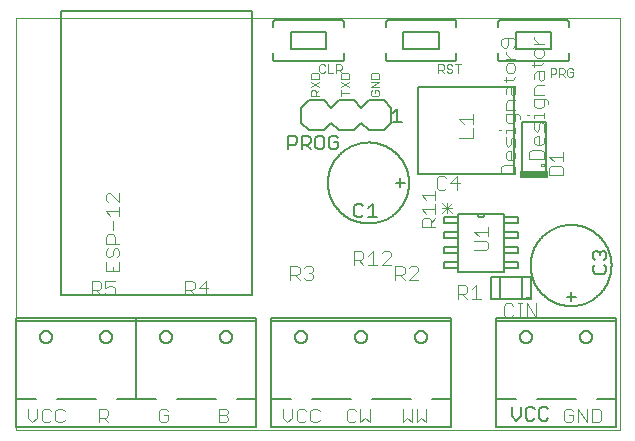
<source format=gto>
G75*
%MOIN*%
%OFA0B0*%
%FSLAX25Y25*%
%IPPOS*%
%LPD*%
%AMOC8*
5,1,8,0,0,1.08239X$1,22.5*
%
%ADD10C,0.00000*%
%ADD11C,0.00300*%
%ADD12C,0.00400*%
%ADD13C,0.00600*%
%ADD14C,0.00500*%
%ADD15C,0.00800*%
%ADD16C,0.00200*%
%ADD17C,0.00700*%
%ADD18C,0.00100*%
D10*
X0032595Y0023933D02*
X0032595Y0161394D01*
X0233796Y0161394D01*
X0233796Y0023933D01*
X0032595Y0023933D01*
D11*
X0174745Y0096567D02*
X0177881Y0099703D01*
X0174745Y0096567D01*
X0174745Y0098135D02*
X0177881Y0098135D01*
X0174745Y0098135D01*
X0174745Y0099703D02*
X0177881Y0096567D01*
X0174745Y0099703D01*
X0176313Y0099703D02*
X0176313Y0096567D01*
X0176313Y0099703D01*
X0185241Y0090205D02*
X0189945Y0090205D01*
X0189945Y0088637D02*
X0189945Y0091773D01*
X0186809Y0088637D02*
X0185241Y0090205D01*
X0185241Y0087169D02*
X0189161Y0087169D01*
X0189945Y0086385D01*
X0189945Y0084817D01*
X0189161Y0084033D01*
X0185241Y0084033D01*
X0195979Y0066287D02*
X0195195Y0065503D01*
X0195195Y0062367D01*
X0195979Y0061583D01*
X0197547Y0061583D01*
X0198331Y0062367D01*
X0199799Y0061583D02*
X0201367Y0061583D01*
X0200583Y0061583D02*
X0200583Y0066287D01*
X0199799Y0066287D02*
X0201367Y0066287D01*
X0202868Y0066287D02*
X0206004Y0061583D01*
X0206004Y0066287D01*
X0202868Y0066287D02*
X0202868Y0061583D01*
X0198331Y0065503D02*
X0197547Y0066287D01*
X0195979Y0066287D01*
X0194341Y0109383D02*
X0194341Y0111735D01*
X0195125Y0112519D01*
X0198261Y0112519D01*
X0199045Y0111735D01*
X0199045Y0109383D01*
X0194341Y0109383D01*
X0196693Y0113987D02*
X0195909Y0114771D01*
X0195909Y0116339D01*
X0196693Y0117123D01*
X0197477Y0117123D01*
X0197477Y0113987D01*
X0198261Y0113987D02*
X0196693Y0113987D01*
X0198261Y0113987D02*
X0199045Y0114771D01*
X0199045Y0116339D01*
X0199045Y0118591D02*
X0199045Y0120943D01*
X0198261Y0121727D01*
X0197477Y0120943D01*
X0197477Y0119375D01*
X0196693Y0118591D01*
X0195909Y0119375D01*
X0195909Y0121727D01*
X0195909Y0123195D02*
X0195909Y0123979D01*
X0199045Y0123979D01*
X0199045Y0123195D02*
X0199045Y0124763D01*
X0198261Y0126264D02*
X0199045Y0127048D01*
X0199045Y0129400D01*
X0199829Y0129400D02*
X0195909Y0129400D01*
X0195909Y0127048D01*
X0196693Y0126264D01*
X0198261Y0126264D01*
X0200613Y0127832D02*
X0200613Y0128616D01*
X0199829Y0129400D01*
X0199045Y0130868D02*
X0195909Y0130868D01*
X0195909Y0133220D01*
X0196693Y0134004D01*
X0199045Y0134004D01*
X0198261Y0135472D02*
X0197477Y0136256D01*
X0197477Y0138608D01*
X0196693Y0138608D02*
X0199045Y0138608D01*
X0199045Y0136256D01*
X0198261Y0135472D01*
X0195909Y0136256D02*
X0195909Y0137824D01*
X0196693Y0138608D01*
X0195909Y0140076D02*
X0195909Y0141644D01*
X0195125Y0140860D02*
X0198261Y0140860D01*
X0199045Y0141644D01*
X0198261Y0143145D02*
X0199045Y0143929D01*
X0199045Y0145497D01*
X0198261Y0146281D01*
X0196693Y0146281D01*
X0195909Y0145497D01*
X0195909Y0143929D01*
X0196693Y0143145D01*
X0198261Y0143145D01*
X0197477Y0147749D02*
X0195909Y0149317D01*
X0195909Y0150101D01*
X0195909Y0151586D02*
X0196693Y0152370D01*
X0196693Y0154722D01*
X0198261Y0154722D02*
X0195125Y0154722D01*
X0194341Y0153938D01*
X0194341Y0152370D01*
X0195125Y0151586D01*
X0195909Y0151586D01*
X0198261Y0151586D02*
X0199045Y0152370D01*
X0199045Y0153938D01*
X0198261Y0154722D01*
X0205309Y0155103D02*
X0205309Y0154319D01*
X0206877Y0152751D01*
X0208445Y0152751D02*
X0205309Y0152751D01*
X0206093Y0151283D02*
X0205309Y0150499D01*
X0205309Y0148931D01*
X0206093Y0148147D01*
X0207661Y0148147D01*
X0208445Y0148931D01*
X0208445Y0150499D01*
X0207661Y0151283D01*
X0206093Y0151283D01*
X0199045Y0147749D02*
X0195909Y0147749D01*
X0204525Y0145862D02*
X0207661Y0145862D01*
X0208445Y0146646D01*
X0205309Y0146646D02*
X0205309Y0145078D01*
X0206093Y0143610D02*
X0208445Y0143610D01*
X0208445Y0141258D01*
X0207661Y0140474D01*
X0206877Y0141258D01*
X0206877Y0143610D01*
X0206093Y0143610D02*
X0205309Y0142826D01*
X0205309Y0141258D01*
X0206093Y0139006D02*
X0208445Y0139006D01*
X0206093Y0139006D02*
X0205309Y0138222D01*
X0205309Y0135870D01*
X0208445Y0135870D01*
X0208445Y0134402D02*
X0208445Y0132050D01*
X0207661Y0131266D01*
X0206093Y0131266D01*
X0205309Y0132050D01*
X0205309Y0134402D01*
X0209229Y0134402D01*
X0210013Y0133618D01*
X0210013Y0132834D01*
X0208445Y0129765D02*
X0208445Y0128197D01*
X0208445Y0128981D02*
X0205309Y0128981D01*
X0205309Y0128197D01*
X0205309Y0126729D02*
X0205309Y0124377D01*
X0206093Y0123593D01*
X0206877Y0124377D01*
X0206877Y0125945D01*
X0207661Y0126729D01*
X0208445Y0125945D01*
X0208445Y0123593D01*
X0206877Y0122125D02*
X0206093Y0122125D01*
X0205309Y0121341D01*
X0205309Y0119773D01*
X0206093Y0118989D01*
X0207661Y0118989D01*
X0208445Y0119773D01*
X0208445Y0121341D01*
X0206877Y0122125D02*
X0206877Y0118989D01*
X0207661Y0117521D02*
X0204525Y0117521D01*
X0203741Y0116737D01*
X0203741Y0114385D01*
X0208445Y0114385D01*
X0208445Y0116737D01*
X0207661Y0117521D01*
X0210241Y0115205D02*
X0214945Y0115205D01*
X0214945Y0113637D02*
X0214945Y0116773D01*
X0211809Y0113637D02*
X0210241Y0115205D01*
X0208445Y0112867D02*
X0208445Y0112083D01*
X0207661Y0112083D01*
X0207661Y0112867D01*
X0208445Y0112867D01*
X0210241Y0111385D02*
X0210241Y0109033D01*
X0214945Y0109033D01*
X0214945Y0111385D01*
X0214161Y0112169D01*
X0211025Y0112169D01*
X0210241Y0111385D01*
X0194341Y0123979D02*
X0193557Y0123979D01*
X0184945Y0124669D02*
X0184945Y0121533D01*
X0180241Y0121533D01*
X0181809Y0126137D02*
X0180241Y0127705D01*
X0184945Y0127705D01*
X0184945Y0126137D02*
X0184945Y0129273D01*
X0202957Y0128981D02*
X0203741Y0128981D01*
X0153695Y0135817D02*
X0153695Y0136784D01*
X0153211Y0137268D01*
X0152244Y0137268D01*
X0152244Y0136301D01*
X0151276Y0137268D02*
X0150793Y0136784D01*
X0150793Y0135817D01*
X0151276Y0135333D01*
X0153211Y0135333D01*
X0153695Y0135817D01*
X0153695Y0138280D02*
X0150793Y0138280D01*
X0153695Y0140215D01*
X0150793Y0140215D01*
X0150793Y0141226D02*
X0150793Y0142677D01*
X0151276Y0143161D01*
X0153211Y0143161D01*
X0153695Y0142677D01*
X0153695Y0141226D01*
X0150793Y0141226D01*
X0143695Y0141226D02*
X0143695Y0142677D01*
X0143211Y0143161D01*
X0141276Y0143161D01*
X0140793Y0142677D01*
X0140793Y0141226D01*
X0143695Y0141226D01*
X0143695Y0140215D02*
X0140793Y0138280D01*
X0140793Y0137268D02*
X0140793Y0135333D01*
X0140793Y0136301D02*
X0143695Y0136301D01*
X0143695Y0138280D02*
X0140793Y0140215D01*
X0133695Y0140215D02*
X0130793Y0138280D01*
X0131276Y0137268D02*
X0132244Y0137268D01*
X0132728Y0136784D01*
X0132728Y0135333D01*
X0133695Y0135333D02*
X0130793Y0135333D01*
X0130793Y0136784D01*
X0131276Y0137268D01*
X0132728Y0136301D02*
X0133695Y0137268D01*
X0133695Y0138280D02*
X0130793Y0140215D01*
X0130793Y0141226D02*
X0130793Y0142677D01*
X0131276Y0143161D01*
X0133211Y0143161D01*
X0133695Y0142677D01*
X0133695Y0141226D01*
X0130793Y0141226D01*
D12*
X0172795Y0107970D02*
X0172795Y0104900D01*
X0173562Y0104133D01*
X0175097Y0104133D01*
X0175864Y0104900D01*
X0177399Y0106435D02*
X0180468Y0106435D01*
X0179701Y0104133D02*
X0179701Y0108737D01*
X0177399Y0106435D01*
X0175864Y0107970D02*
X0175097Y0108737D01*
X0173562Y0108737D01*
X0172795Y0107970D01*
X0172395Y0103910D02*
X0172395Y0100841D01*
X0172395Y0102376D02*
X0167791Y0102376D01*
X0169326Y0100841D01*
X0172395Y0099306D02*
X0172395Y0096237D01*
X0172395Y0097772D02*
X0167791Y0097772D01*
X0169326Y0096237D01*
X0170093Y0094702D02*
X0170861Y0093935D01*
X0170861Y0091633D01*
X0172395Y0091633D02*
X0167791Y0091633D01*
X0167791Y0093935D01*
X0168559Y0094702D01*
X0170093Y0094702D01*
X0170861Y0093168D02*
X0172395Y0094702D01*
X0157572Y0082970D02*
X0156805Y0083737D01*
X0155270Y0083737D01*
X0154503Y0082970D01*
X0157572Y0082970D02*
X0157572Y0082202D01*
X0154503Y0079133D01*
X0157572Y0079133D01*
X0159045Y0078737D02*
X0161347Y0078737D01*
X0162114Y0077970D01*
X0162114Y0076435D01*
X0161347Y0075668D01*
X0159045Y0075668D01*
X0160580Y0075668D02*
X0162114Y0074133D01*
X0163649Y0074133D02*
X0166718Y0077202D01*
X0166718Y0077970D01*
X0165951Y0078737D01*
X0164416Y0078737D01*
X0163649Y0077970D01*
X0159045Y0078737D02*
X0159045Y0074133D01*
X0163649Y0074133D02*
X0166718Y0074133D01*
X0179837Y0072487D02*
X0179837Y0067883D01*
X0179837Y0069418D02*
X0182139Y0069418D01*
X0182907Y0070185D01*
X0182907Y0071720D01*
X0182139Y0072487D01*
X0179837Y0072487D01*
X0181372Y0069418D02*
X0182907Y0067883D01*
X0184441Y0067883D02*
X0187510Y0067883D01*
X0185976Y0067883D02*
X0185976Y0072487D01*
X0184441Y0070952D01*
X0152968Y0079133D02*
X0149899Y0079133D01*
X0148364Y0079133D02*
X0146830Y0080668D01*
X0147597Y0080668D02*
X0145295Y0080668D01*
X0145295Y0079133D02*
X0145295Y0083737D01*
X0147597Y0083737D01*
X0148364Y0082970D01*
X0148364Y0081435D01*
X0147597Y0080668D01*
X0149899Y0082202D02*
X0151434Y0083737D01*
X0151434Y0079133D01*
X0131718Y0077970D02*
X0131718Y0077202D01*
X0130951Y0076435D01*
X0131718Y0075668D01*
X0131718Y0074900D01*
X0130951Y0074133D01*
X0129416Y0074133D01*
X0128649Y0074900D01*
X0127114Y0074133D02*
X0125580Y0075668D01*
X0126347Y0075668D02*
X0124045Y0075668D01*
X0124045Y0074133D02*
X0124045Y0078737D01*
X0126347Y0078737D01*
X0127114Y0077970D01*
X0127114Y0076435D01*
X0126347Y0075668D01*
X0130184Y0076435D02*
X0130951Y0076435D01*
X0131718Y0077970D02*
X0130951Y0078737D01*
X0129416Y0078737D01*
X0128649Y0077970D01*
X0096718Y0071435D02*
X0093649Y0071435D01*
X0095951Y0073737D01*
X0095951Y0069133D01*
X0092114Y0069133D02*
X0090580Y0070668D01*
X0091347Y0070668D02*
X0089045Y0070668D01*
X0089045Y0069133D02*
X0089045Y0073737D01*
X0091347Y0073737D01*
X0092114Y0072970D01*
X0092114Y0071435D01*
X0091347Y0070668D01*
X0067080Y0077007D02*
X0067080Y0080076D01*
X0066313Y0081611D02*
X0067080Y0082378D01*
X0067080Y0083913D01*
X0066313Y0084680D01*
X0065546Y0084680D01*
X0064778Y0083913D01*
X0064778Y0082378D01*
X0064011Y0081611D01*
X0063244Y0081611D01*
X0062476Y0082378D01*
X0062476Y0083913D01*
X0063244Y0084680D01*
X0062476Y0086215D02*
X0062476Y0088517D01*
X0063244Y0089284D01*
X0064778Y0089284D01*
X0065546Y0088517D01*
X0065546Y0086215D01*
X0067080Y0086215D02*
X0062476Y0086215D01*
X0064778Y0090819D02*
X0064778Y0093888D01*
X0064011Y0095423D02*
X0062476Y0096957D01*
X0067080Y0096957D01*
X0067080Y0095423D02*
X0067080Y0098492D01*
X0067080Y0100027D02*
X0064011Y0103096D01*
X0063244Y0103096D01*
X0062476Y0102329D01*
X0062476Y0100794D01*
X0063244Y0100027D01*
X0067080Y0100027D02*
X0067080Y0103096D01*
X0062476Y0080076D02*
X0062476Y0077007D01*
X0067080Y0077007D01*
X0064778Y0077007D02*
X0064778Y0078542D01*
X0065468Y0073737D02*
X0062399Y0073737D01*
X0062399Y0071435D01*
X0063934Y0072202D01*
X0064701Y0072202D01*
X0065468Y0071435D01*
X0065468Y0069900D01*
X0064701Y0069133D01*
X0063166Y0069133D01*
X0062399Y0069900D01*
X0060864Y0069133D02*
X0059330Y0070668D01*
X0060097Y0070668D02*
X0057795Y0070668D01*
X0057795Y0069133D02*
X0057795Y0073737D01*
X0060097Y0073737D01*
X0060864Y0072970D01*
X0060864Y0071435D01*
X0060097Y0070668D01*
X0060295Y0031237D02*
X0062597Y0031237D01*
X0063364Y0030470D01*
X0063364Y0028935D01*
X0062597Y0028168D01*
X0060295Y0028168D01*
X0061830Y0028168D02*
X0063364Y0026633D01*
X0060295Y0026633D02*
X0060295Y0031237D01*
X0048822Y0030470D02*
X0048055Y0031237D01*
X0046520Y0031237D01*
X0045753Y0030470D01*
X0045753Y0027400D01*
X0046520Y0026633D01*
X0048055Y0026633D01*
X0048822Y0027400D01*
X0044218Y0027400D02*
X0043451Y0026633D01*
X0041916Y0026633D01*
X0041149Y0027400D01*
X0041149Y0030470D01*
X0041916Y0031237D01*
X0043451Y0031237D01*
X0044218Y0030470D01*
X0039614Y0031237D02*
X0039614Y0028168D01*
X0038080Y0026633D01*
X0036545Y0028168D01*
X0036545Y0031237D01*
X0080295Y0030470D02*
X0080295Y0027400D01*
X0081062Y0026633D01*
X0082597Y0026633D01*
X0083364Y0027400D01*
X0083364Y0028935D01*
X0081830Y0028935D01*
X0083364Y0030470D02*
X0082597Y0031237D01*
X0081062Y0031237D01*
X0080295Y0030470D01*
X0100295Y0031237D02*
X0100295Y0026633D01*
X0102597Y0026633D01*
X0103364Y0027400D01*
X0103364Y0028168D01*
X0102597Y0028935D01*
X0100295Y0028935D01*
X0100295Y0031237D02*
X0102597Y0031237D01*
X0103364Y0030470D01*
X0103364Y0029702D01*
X0102597Y0028935D01*
X0121545Y0028168D02*
X0123080Y0026633D01*
X0124614Y0028168D01*
X0124614Y0031237D01*
X0126149Y0030470D02*
X0126149Y0027400D01*
X0126916Y0026633D01*
X0128451Y0026633D01*
X0129218Y0027400D01*
X0130753Y0027400D02*
X0131520Y0026633D01*
X0133055Y0026633D01*
X0133822Y0027400D01*
X0130753Y0027400D02*
X0130753Y0030470D01*
X0131520Y0031237D01*
X0133055Y0031237D01*
X0133822Y0030470D01*
X0129218Y0030470D02*
X0128451Y0031237D01*
X0126916Y0031237D01*
X0126149Y0030470D01*
X0121545Y0031237D02*
X0121545Y0028168D01*
X0142795Y0027400D02*
X0143562Y0026633D01*
X0145097Y0026633D01*
X0145864Y0027400D01*
X0147399Y0026633D02*
X0148934Y0028168D01*
X0150468Y0026633D01*
X0150468Y0031237D01*
X0147399Y0031237D02*
X0147399Y0026633D01*
X0145864Y0030470D02*
X0145097Y0031237D01*
X0143562Y0031237D01*
X0142795Y0030470D01*
X0142795Y0027400D01*
X0161545Y0026633D02*
X0163080Y0028168D01*
X0164614Y0026633D01*
X0164614Y0031237D01*
X0166149Y0031237D02*
X0166149Y0026633D01*
X0167684Y0028168D01*
X0169218Y0026633D01*
X0169218Y0031237D01*
X0161545Y0031237D02*
X0161545Y0026633D01*
X0215295Y0027400D02*
X0216062Y0026633D01*
X0217597Y0026633D01*
X0218364Y0027400D01*
X0218364Y0028935D01*
X0216830Y0028935D01*
X0218364Y0030470D02*
X0217597Y0031237D01*
X0216062Y0031237D01*
X0215295Y0030470D01*
X0215295Y0027400D01*
X0219899Y0026633D02*
X0219899Y0031237D01*
X0222968Y0026633D01*
X0222968Y0031237D01*
X0224503Y0031237D02*
X0226805Y0031237D01*
X0227572Y0030470D01*
X0227572Y0027400D01*
X0226805Y0026633D01*
X0224503Y0026633D01*
X0224503Y0031237D01*
D13*
X0226095Y0034433D02*
X0232595Y0034433D01*
X0232595Y0060433D01*
X0232595Y0061433D01*
X0192595Y0061433D01*
X0192595Y0060433D01*
X0192595Y0034433D01*
X0192595Y0024933D01*
X0232595Y0024933D01*
X0232595Y0034433D01*
X0219095Y0034433D02*
X0206095Y0034433D01*
X0199095Y0034433D02*
X0192595Y0034433D01*
X0177595Y0034433D02*
X0177595Y0024933D01*
X0117595Y0024933D01*
X0117595Y0034433D01*
X0117595Y0060433D01*
X0117595Y0061433D01*
X0177595Y0061433D01*
X0177595Y0060433D01*
X0117595Y0060433D01*
X0112595Y0060433D02*
X0112595Y0034433D01*
X0106095Y0034433D01*
X0112595Y0034433D02*
X0112595Y0024933D01*
X0032595Y0024933D01*
X0032595Y0034433D01*
X0039095Y0034433D01*
X0032595Y0034433D02*
X0032595Y0060433D01*
X0032595Y0061433D01*
X0072595Y0061433D01*
X0072595Y0034433D01*
X0079095Y0034433D01*
X0072595Y0034433D02*
X0066095Y0034433D01*
X0059095Y0034433D02*
X0046095Y0034433D01*
X0040595Y0055133D02*
X0040597Y0055222D01*
X0040603Y0055311D01*
X0040613Y0055400D01*
X0040627Y0055488D01*
X0040644Y0055575D01*
X0040666Y0055661D01*
X0040692Y0055747D01*
X0040721Y0055831D01*
X0040754Y0055914D01*
X0040790Y0055995D01*
X0040831Y0056075D01*
X0040874Y0056152D01*
X0040921Y0056228D01*
X0040972Y0056301D01*
X0041025Y0056372D01*
X0041082Y0056441D01*
X0041142Y0056507D01*
X0041205Y0056571D01*
X0041270Y0056631D01*
X0041338Y0056689D01*
X0041409Y0056743D01*
X0041482Y0056794D01*
X0041557Y0056842D01*
X0041634Y0056887D01*
X0041713Y0056928D01*
X0041794Y0056965D01*
X0041876Y0056999D01*
X0041960Y0057030D01*
X0042045Y0057056D01*
X0042131Y0057079D01*
X0042218Y0057097D01*
X0042306Y0057112D01*
X0042395Y0057123D01*
X0042484Y0057130D01*
X0042573Y0057133D01*
X0042662Y0057132D01*
X0042751Y0057127D01*
X0042839Y0057118D01*
X0042928Y0057105D01*
X0043015Y0057088D01*
X0043102Y0057068D01*
X0043188Y0057043D01*
X0043272Y0057015D01*
X0043355Y0056983D01*
X0043437Y0056947D01*
X0043517Y0056908D01*
X0043595Y0056865D01*
X0043671Y0056819D01*
X0043745Y0056769D01*
X0043817Y0056716D01*
X0043886Y0056660D01*
X0043953Y0056601D01*
X0044017Y0056539D01*
X0044078Y0056475D01*
X0044137Y0056407D01*
X0044192Y0056337D01*
X0044244Y0056265D01*
X0044293Y0056190D01*
X0044338Y0056114D01*
X0044380Y0056035D01*
X0044418Y0055955D01*
X0044453Y0055873D01*
X0044484Y0055789D01*
X0044512Y0055704D01*
X0044535Y0055618D01*
X0044555Y0055531D01*
X0044571Y0055444D01*
X0044583Y0055355D01*
X0044591Y0055267D01*
X0044595Y0055178D01*
X0044595Y0055088D01*
X0044591Y0054999D01*
X0044583Y0054911D01*
X0044571Y0054822D01*
X0044555Y0054735D01*
X0044535Y0054648D01*
X0044512Y0054562D01*
X0044484Y0054477D01*
X0044453Y0054393D01*
X0044418Y0054311D01*
X0044380Y0054231D01*
X0044338Y0054152D01*
X0044293Y0054076D01*
X0044244Y0054001D01*
X0044192Y0053929D01*
X0044137Y0053859D01*
X0044078Y0053791D01*
X0044017Y0053727D01*
X0043953Y0053665D01*
X0043886Y0053606D01*
X0043817Y0053550D01*
X0043745Y0053497D01*
X0043671Y0053447D01*
X0043595Y0053401D01*
X0043517Y0053358D01*
X0043437Y0053319D01*
X0043355Y0053283D01*
X0043272Y0053251D01*
X0043188Y0053223D01*
X0043102Y0053198D01*
X0043015Y0053178D01*
X0042928Y0053161D01*
X0042839Y0053148D01*
X0042751Y0053139D01*
X0042662Y0053134D01*
X0042573Y0053133D01*
X0042484Y0053136D01*
X0042395Y0053143D01*
X0042306Y0053154D01*
X0042218Y0053169D01*
X0042131Y0053187D01*
X0042045Y0053210D01*
X0041960Y0053236D01*
X0041876Y0053267D01*
X0041794Y0053301D01*
X0041713Y0053338D01*
X0041634Y0053379D01*
X0041557Y0053424D01*
X0041482Y0053472D01*
X0041409Y0053523D01*
X0041338Y0053577D01*
X0041270Y0053635D01*
X0041205Y0053695D01*
X0041142Y0053759D01*
X0041082Y0053825D01*
X0041025Y0053894D01*
X0040972Y0053965D01*
X0040921Y0054038D01*
X0040874Y0054114D01*
X0040831Y0054191D01*
X0040790Y0054271D01*
X0040754Y0054352D01*
X0040721Y0054435D01*
X0040692Y0054519D01*
X0040666Y0054605D01*
X0040644Y0054691D01*
X0040627Y0054778D01*
X0040613Y0054866D01*
X0040603Y0054955D01*
X0040597Y0055044D01*
X0040595Y0055133D01*
X0032595Y0060433D02*
X0112595Y0060433D01*
X0112595Y0061433D01*
X0072595Y0061433D01*
X0060595Y0055133D02*
X0060597Y0055222D01*
X0060603Y0055311D01*
X0060613Y0055400D01*
X0060627Y0055488D01*
X0060644Y0055575D01*
X0060666Y0055661D01*
X0060692Y0055747D01*
X0060721Y0055831D01*
X0060754Y0055914D01*
X0060790Y0055995D01*
X0060831Y0056075D01*
X0060874Y0056152D01*
X0060921Y0056228D01*
X0060972Y0056301D01*
X0061025Y0056372D01*
X0061082Y0056441D01*
X0061142Y0056507D01*
X0061205Y0056571D01*
X0061270Y0056631D01*
X0061338Y0056689D01*
X0061409Y0056743D01*
X0061482Y0056794D01*
X0061557Y0056842D01*
X0061634Y0056887D01*
X0061713Y0056928D01*
X0061794Y0056965D01*
X0061876Y0056999D01*
X0061960Y0057030D01*
X0062045Y0057056D01*
X0062131Y0057079D01*
X0062218Y0057097D01*
X0062306Y0057112D01*
X0062395Y0057123D01*
X0062484Y0057130D01*
X0062573Y0057133D01*
X0062662Y0057132D01*
X0062751Y0057127D01*
X0062839Y0057118D01*
X0062928Y0057105D01*
X0063015Y0057088D01*
X0063102Y0057068D01*
X0063188Y0057043D01*
X0063272Y0057015D01*
X0063355Y0056983D01*
X0063437Y0056947D01*
X0063517Y0056908D01*
X0063595Y0056865D01*
X0063671Y0056819D01*
X0063745Y0056769D01*
X0063817Y0056716D01*
X0063886Y0056660D01*
X0063953Y0056601D01*
X0064017Y0056539D01*
X0064078Y0056475D01*
X0064137Y0056407D01*
X0064192Y0056337D01*
X0064244Y0056265D01*
X0064293Y0056190D01*
X0064338Y0056114D01*
X0064380Y0056035D01*
X0064418Y0055955D01*
X0064453Y0055873D01*
X0064484Y0055789D01*
X0064512Y0055704D01*
X0064535Y0055618D01*
X0064555Y0055531D01*
X0064571Y0055444D01*
X0064583Y0055355D01*
X0064591Y0055267D01*
X0064595Y0055178D01*
X0064595Y0055088D01*
X0064591Y0054999D01*
X0064583Y0054911D01*
X0064571Y0054822D01*
X0064555Y0054735D01*
X0064535Y0054648D01*
X0064512Y0054562D01*
X0064484Y0054477D01*
X0064453Y0054393D01*
X0064418Y0054311D01*
X0064380Y0054231D01*
X0064338Y0054152D01*
X0064293Y0054076D01*
X0064244Y0054001D01*
X0064192Y0053929D01*
X0064137Y0053859D01*
X0064078Y0053791D01*
X0064017Y0053727D01*
X0063953Y0053665D01*
X0063886Y0053606D01*
X0063817Y0053550D01*
X0063745Y0053497D01*
X0063671Y0053447D01*
X0063595Y0053401D01*
X0063517Y0053358D01*
X0063437Y0053319D01*
X0063355Y0053283D01*
X0063272Y0053251D01*
X0063188Y0053223D01*
X0063102Y0053198D01*
X0063015Y0053178D01*
X0062928Y0053161D01*
X0062839Y0053148D01*
X0062751Y0053139D01*
X0062662Y0053134D01*
X0062573Y0053133D01*
X0062484Y0053136D01*
X0062395Y0053143D01*
X0062306Y0053154D01*
X0062218Y0053169D01*
X0062131Y0053187D01*
X0062045Y0053210D01*
X0061960Y0053236D01*
X0061876Y0053267D01*
X0061794Y0053301D01*
X0061713Y0053338D01*
X0061634Y0053379D01*
X0061557Y0053424D01*
X0061482Y0053472D01*
X0061409Y0053523D01*
X0061338Y0053577D01*
X0061270Y0053635D01*
X0061205Y0053695D01*
X0061142Y0053759D01*
X0061082Y0053825D01*
X0061025Y0053894D01*
X0060972Y0053965D01*
X0060921Y0054038D01*
X0060874Y0054114D01*
X0060831Y0054191D01*
X0060790Y0054271D01*
X0060754Y0054352D01*
X0060721Y0054435D01*
X0060692Y0054519D01*
X0060666Y0054605D01*
X0060644Y0054691D01*
X0060627Y0054778D01*
X0060613Y0054866D01*
X0060603Y0054955D01*
X0060597Y0055044D01*
X0060595Y0055133D01*
X0080595Y0055133D02*
X0080597Y0055222D01*
X0080603Y0055311D01*
X0080613Y0055400D01*
X0080627Y0055488D01*
X0080644Y0055575D01*
X0080666Y0055661D01*
X0080692Y0055747D01*
X0080721Y0055831D01*
X0080754Y0055914D01*
X0080790Y0055995D01*
X0080831Y0056075D01*
X0080874Y0056152D01*
X0080921Y0056228D01*
X0080972Y0056301D01*
X0081025Y0056372D01*
X0081082Y0056441D01*
X0081142Y0056507D01*
X0081205Y0056571D01*
X0081270Y0056631D01*
X0081338Y0056689D01*
X0081409Y0056743D01*
X0081482Y0056794D01*
X0081557Y0056842D01*
X0081634Y0056887D01*
X0081713Y0056928D01*
X0081794Y0056965D01*
X0081876Y0056999D01*
X0081960Y0057030D01*
X0082045Y0057056D01*
X0082131Y0057079D01*
X0082218Y0057097D01*
X0082306Y0057112D01*
X0082395Y0057123D01*
X0082484Y0057130D01*
X0082573Y0057133D01*
X0082662Y0057132D01*
X0082751Y0057127D01*
X0082839Y0057118D01*
X0082928Y0057105D01*
X0083015Y0057088D01*
X0083102Y0057068D01*
X0083188Y0057043D01*
X0083272Y0057015D01*
X0083355Y0056983D01*
X0083437Y0056947D01*
X0083517Y0056908D01*
X0083595Y0056865D01*
X0083671Y0056819D01*
X0083745Y0056769D01*
X0083817Y0056716D01*
X0083886Y0056660D01*
X0083953Y0056601D01*
X0084017Y0056539D01*
X0084078Y0056475D01*
X0084137Y0056407D01*
X0084192Y0056337D01*
X0084244Y0056265D01*
X0084293Y0056190D01*
X0084338Y0056114D01*
X0084380Y0056035D01*
X0084418Y0055955D01*
X0084453Y0055873D01*
X0084484Y0055789D01*
X0084512Y0055704D01*
X0084535Y0055618D01*
X0084555Y0055531D01*
X0084571Y0055444D01*
X0084583Y0055355D01*
X0084591Y0055267D01*
X0084595Y0055178D01*
X0084595Y0055088D01*
X0084591Y0054999D01*
X0084583Y0054911D01*
X0084571Y0054822D01*
X0084555Y0054735D01*
X0084535Y0054648D01*
X0084512Y0054562D01*
X0084484Y0054477D01*
X0084453Y0054393D01*
X0084418Y0054311D01*
X0084380Y0054231D01*
X0084338Y0054152D01*
X0084293Y0054076D01*
X0084244Y0054001D01*
X0084192Y0053929D01*
X0084137Y0053859D01*
X0084078Y0053791D01*
X0084017Y0053727D01*
X0083953Y0053665D01*
X0083886Y0053606D01*
X0083817Y0053550D01*
X0083745Y0053497D01*
X0083671Y0053447D01*
X0083595Y0053401D01*
X0083517Y0053358D01*
X0083437Y0053319D01*
X0083355Y0053283D01*
X0083272Y0053251D01*
X0083188Y0053223D01*
X0083102Y0053198D01*
X0083015Y0053178D01*
X0082928Y0053161D01*
X0082839Y0053148D01*
X0082751Y0053139D01*
X0082662Y0053134D01*
X0082573Y0053133D01*
X0082484Y0053136D01*
X0082395Y0053143D01*
X0082306Y0053154D01*
X0082218Y0053169D01*
X0082131Y0053187D01*
X0082045Y0053210D01*
X0081960Y0053236D01*
X0081876Y0053267D01*
X0081794Y0053301D01*
X0081713Y0053338D01*
X0081634Y0053379D01*
X0081557Y0053424D01*
X0081482Y0053472D01*
X0081409Y0053523D01*
X0081338Y0053577D01*
X0081270Y0053635D01*
X0081205Y0053695D01*
X0081142Y0053759D01*
X0081082Y0053825D01*
X0081025Y0053894D01*
X0080972Y0053965D01*
X0080921Y0054038D01*
X0080874Y0054114D01*
X0080831Y0054191D01*
X0080790Y0054271D01*
X0080754Y0054352D01*
X0080721Y0054435D01*
X0080692Y0054519D01*
X0080666Y0054605D01*
X0080644Y0054691D01*
X0080627Y0054778D01*
X0080613Y0054866D01*
X0080603Y0054955D01*
X0080597Y0055044D01*
X0080595Y0055133D01*
X0100595Y0055133D02*
X0100597Y0055222D01*
X0100603Y0055311D01*
X0100613Y0055400D01*
X0100627Y0055488D01*
X0100644Y0055575D01*
X0100666Y0055661D01*
X0100692Y0055747D01*
X0100721Y0055831D01*
X0100754Y0055914D01*
X0100790Y0055995D01*
X0100831Y0056075D01*
X0100874Y0056152D01*
X0100921Y0056228D01*
X0100972Y0056301D01*
X0101025Y0056372D01*
X0101082Y0056441D01*
X0101142Y0056507D01*
X0101205Y0056571D01*
X0101270Y0056631D01*
X0101338Y0056689D01*
X0101409Y0056743D01*
X0101482Y0056794D01*
X0101557Y0056842D01*
X0101634Y0056887D01*
X0101713Y0056928D01*
X0101794Y0056965D01*
X0101876Y0056999D01*
X0101960Y0057030D01*
X0102045Y0057056D01*
X0102131Y0057079D01*
X0102218Y0057097D01*
X0102306Y0057112D01*
X0102395Y0057123D01*
X0102484Y0057130D01*
X0102573Y0057133D01*
X0102662Y0057132D01*
X0102751Y0057127D01*
X0102839Y0057118D01*
X0102928Y0057105D01*
X0103015Y0057088D01*
X0103102Y0057068D01*
X0103188Y0057043D01*
X0103272Y0057015D01*
X0103355Y0056983D01*
X0103437Y0056947D01*
X0103517Y0056908D01*
X0103595Y0056865D01*
X0103671Y0056819D01*
X0103745Y0056769D01*
X0103817Y0056716D01*
X0103886Y0056660D01*
X0103953Y0056601D01*
X0104017Y0056539D01*
X0104078Y0056475D01*
X0104137Y0056407D01*
X0104192Y0056337D01*
X0104244Y0056265D01*
X0104293Y0056190D01*
X0104338Y0056114D01*
X0104380Y0056035D01*
X0104418Y0055955D01*
X0104453Y0055873D01*
X0104484Y0055789D01*
X0104512Y0055704D01*
X0104535Y0055618D01*
X0104555Y0055531D01*
X0104571Y0055444D01*
X0104583Y0055355D01*
X0104591Y0055267D01*
X0104595Y0055178D01*
X0104595Y0055088D01*
X0104591Y0054999D01*
X0104583Y0054911D01*
X0104571Y0054822D01*
X0104555Y0054735D01*
X0104535Y0054648D01*
X0104512Y0054562D01*
X0104484Y0054477D01*
X0104453Y0054393D01*
X0104418Y0054311D01*
X0104380Y0054231D01*
X0104338Y0054152D01*
X0104293Y0054076D01*
X0104244Y0054001D01*
X0104192Y0053929D01*
X0104137Y0053859D01*
X0104078Y0053791D01*
X0104017Y0053727D01*
X0103953Y0053665D01*
X0103886Y0053606D01*
X0103817Y0053550D01*
X0103745Y0053497D01*
X0103671Y0053447D01*
X0103595Y0053401D01*
X0103517Y0053358D01*
X0103437Y0053319D01*
X0103355Y0053283D01*
X0103272Y0053251D01*
X0103188Y0053223D01*
X0103102Y0053198D01*
X0103015Y0053178D01*
X0102928Y0053161D01*
X0102839Y0053148D01*
X0102751Y0053139D01*
X0102662Y0053134D01*
X0102573Y0053133D01*
X0102484Y0053136D01*
X0102395Y0053143D01*
X0102306Y0053154D01*
X0102218Y0053169D01*
X0102131Y0053187D01*
X0102045Y0053210D01*
X0101960Y0053236D01*
X0101876Y0053267D01*
X0101794Y0053301D01*
X0101713Y0053338D01*
X0101634Y0053379D01*
X0101557Y0053424D01*
X0101482Y0053472D01*
X0101409Y0053523D01*
X0101338Y0053577D01*
X0101270Y0053635D01*
X0101205Y0053695D01*
X0101142Y0053759D01*
X0101082Y0053825D01*
X0101025Y0053894D01*
X0100972Y0053965D01*
X0100921Y0054038D01*
X0100874Y0054114D01*
X0100831Y0054191D01*
X0100790Y0054271D01*
X0100754Y0054352D01*
X0100721Y0054435D01*
X0100692Y0054519D01*
X0100666Y0054605D01*
X0100644Y0054691D01*
X0100627Y0054778D01*
X0100613Y0054866D01*
X0100603Y0054955D01*
X0100597Y0055044D01*
X0100595Y0055133D01*
X0125595Y0055133D02*
X0125597Y0055222D01*
X0125603Y0055311D01*
X0125613Y0055400D01*
X0125627Y0055488D01*
X0125644Y0055575D01*
X0125666Y0055661D01*
X0125692Y0055747D01*
X0125721Y0055831D01*
X0125754Y0055914D01*
X0125790Y0055995D01*
X0125831Y0056075D01*
X0125874Y0056152D01*
X0125921Y0056228D01*
X0125972Y0056301D01*
X0126025Y0056372D01*
X0126082Y0056441D01*
X0126142Y0056507D01*
X0126205Y0056571D01*
X0126270Y0056631D01*
X0126338Y0056689D01*
X0126409Y0056743D01*
X0126482Y0056794D01*
X0126557Y0056842D01*
X0126634Y0056887D01*
X0126713Y0056928D01*
X0126794Y0056965D01*
X0126876Y0056999D01*
X0126960Y0057030D01*
X0127045Y0057056D01*
X0127131Y0057079D01*
X0127218Y0057097D01*
X0127306Y0057112D01*
X0127395Y0057123D01*
X0127484Y0057130D01*
X0127573Y0057133D01*
X0127662Y0057132D01*
X0127751Y0057127D01*
X0127839Y0057118D01*
X0127928Y0057105D01*
X0128015Y0057088D01*
X0128102Y0057068D01*
X0128188Y0057043D01*
X0128272Y0057015D01*
X0128355Y0056983D01*
X0128437Y0056947D01*
X0128517Y0056908D01*
X0128595Y0056865D01*
X0128671Y0056819D01*
X0128745Y0056769D01*
X0128817Y0056716D01*
X0128886Y0056660D01*
X0128953Y0056601D01*
X0129017Y0056539D01*
X0129078Y0056475D01*
X0129137Y0056407D01*
X0129192Y0056337D01*
X0129244Y0056265D01*
X0129293Y0056190D01*
X0129338Y0056114D01*
X0129380Y0056035D01*
X0129418Y0055955D01*
X0129453Y0055873D01*
X0129484Y0055789D01*
X0129512Y0055704D01*
X0129535Y0055618D01*
X0129555Y0055531D01*
X0129571Y0055444D01*
X0129583Y0055355D01*
X0129591Y0055267D01*
X0129595Y0055178D01*
X0129595Y0055088D01*
X0129591Y0054999D01*
X0129583Y0054911D01*
X0129571Y0054822D01*
X0129555Y0054735D01*
X0129535Y0054648D01*
X0129512Y0054562D01*
X0129484Y0054477D01*
X0129453Y0054393D01*
X0129418Y0054311D01*
X0129380Y0054231D01*
X0129338Y0054152D01*
X0129293Y0054076D01*
X0129244Y0054001D01*
X0129192Y0053929D01*
X0129137Y0053859D01*
X0129078Y0053791D01*
X0129017Y0053727D01*
X0128953Y0053665D01*
X0128886Y0053606D01*
X0128817Y0053550D01*
X0128745Y0053497D01*
X0128671Y0053447D01*
X0128595Y0053401D01*
X0128517Y0053358D01*
X0128437Y0053319D01*
X0128355Y0053283D01*
X0128272Y0053251D01*
X0128188Y0053223D01*
X0128102Y0053198D01*
X0128015Y0053178D01*
X0127928Y0053161D01*
X0127839Y0053148D01*
X0127751Y0053139D01*
X0127662Y0053134D01*
X0127573Y0053133D01*
X0127484Y0053136D01*
X0127395Y0053143D01*
X0127306Y0053154D01*
X0127218Y0053169D01*
X0127131Y0053187D01*
X0127045Y0053210D01*
X0126960Y0053236D01*
X0126876Y0053267D01*
X0126794Y0053301D01*
X0126713Y0053338D01*
X0126634Y0053379D01*
X0126557Y0053424D01*
X0126482Y0053472D01*
X0126409Y0053523D01*
X0126338Y0053577D01*
X0126270Y0053635D01*
X0126205Y0053695D01*
X0126142Y0053759D01*
X0126082Y0053825D01*
X0126025Y0053894D01*
X0125972Y0053965D01*
X0125921Y0054038D01*
X0125874Y0054114D01*
X0125831Y0054191D01*
X0125790Y0054271D01*
X0125754Y0054352D01*
X0125721Y0054435D01*
X0125692Y0054519D01*
X0125666Y0054605D01*
X0125644Y0054691D01*
X0125627Y0054778D01*
X0125613Y0054866D01*
X0125603Y0054955D01*
X0125597Y0055044D01*
X0125595Y0055133D01*
X0145595Y0055133D02*
X0145597Y0055222D01*
X0145603Y0055311D01*
X0145613Y0055400D01*
X0145627Y0055488D01*
X0145644Y0055575D01*
X0145666Y0055661D01*
X0145692Y0055747D01*
X0145721Y0055831D01*
X0145754Y0055914D01*
X0145790Y0055995D01*
X0145831Y0056075D01*
X0145874Y0056152D01*
X0145921Y0056228D01*
X0145972Y0056301D01*
X0146025Y0056372D01*
X0146082Y0056441D01*
X0146142Y0056507D01*
X0146205Y0056571D01*
X0146270Y0056631D01*
X0146338Y0056689D01*
X0146409Y0056743D01*
X0146482Y0056794D01*
X0146557Y0056842D01*
X0146634Y0056887D01*
X0146713Y0056928D01*
X0146794Y0056965D01*
X0146876Y0056999D01*
X0146960Y0057030D01*
X0147045Y0057056D01*
X0147131Y0057079D01*
X0147218Y0057097D01*
X0147306Y0057112D01*
X0147395Y0057123D01*
X0147484Y0057130D01*
X0147573Y0057133D01*
X0147662Y0057132D01*
X0147751Y0057127D01*
X0147839Y0057118D01*
X0147928Y0057105D01*
X0148015Y0057088D01*
X0148102Y0057068D01*
X0148188Y0057043D01*
X0148272Y0057015D01*
X0148355Y0056983D01*
X0148437Y0056947D01*
X0148517Y0056908D01*
X0148595Y0056865D01*
X0148671Y0056819D01*
X0148745Y0056769D01*
X0148817Y0056716D01*
X0148886Y0056660D01*
X0148953Y0056601D01*
X0149017Y0056539D01*
X0149078Y0056475D01*
X0149137Y0056407D01*
X0149192Y0056337D01*
X0149244Y0056265D01*
X0149293Y0056190D01*
X0149338Y0056114D01*
X0149380Y0056035D01*
X0149418Y0055955D01*
X0149453Y0055873D01*
X0149484Y0055789D01*
X0149512Y0055704D01*
X0149535Y0055618D01*
X0149555Y0055531D01*
X0149571Y0055444D01*
X0149583Y0055355D01*
X0149591Y0055267D01*
X0149595Y0055178D01*
X0149595Y0055088D01*
X0149591Y0054999D01*
X0149583Y0054911D01*
X0149571Y0054822D01*
X0149555Y0054735D01*
X0149535Y0054648D01*
X0149512Y0054562D01*
X0149484Y0054477D01*
X0149453Y0054393D01*
X0149418Y0054311D01*
X0149380Y0054231D01*
X0149338Y0054152D01*
X0149293Y0054076D01*
X0149244Y0054001D01*
X0149192Y0053929D01*
X0149137Y0053859D01*
X0149078Y0053791D01*
X0149017Y0053727D01*
X0148953Y0053665D01*
X0148886Y0053606D01*
X0148817Y0053550D01*
X0148745Y0053497D01*
X0148671Y0053447D01*
X0148595Y0053401D01*
X0148517Y0053358D01*
X0148437Y0053319D01*
X0148355Y0053283D01*
X0148272Y0053251D01*
X0148188Y0053223D01*
X0148102Y0053198D01*
X0148015Y0053178D01*
X0147928Y0053161D01*
X0147839Y0053148D01*
X0147751Y0053139D01*
X0147662Y0053134D01*
X0147573Y0053133D01*
X0147484Y0053136D01*
X0147395Y0053143D01*
X0147306Y0053154D01*
X0147218Y0053169D01*
X0147131Y0053187D01*
X0147045Y0053210D01*
X0146960Y0053236D01*
X0146876Y0053267D01*
X0146794Y0053301D01*
X0146713Y0053338D01*
X0146634Y0053379D01*
X0146557Y0053424D01*
X0146482Y0053472D01*
X0146409Y0053523D01*
X0146338Y0053577D01*
X0146270Y0053635D01*
X0146205Y0053695D01*
X0146142Y0053759D01*
X0146082Y0053825D01*
X0146025Y0053894D01*
X0145972Y0053965D01*
X0145921Y0054038D01*
X0145874Y0054114D01*
X0145831Y0054191D01*
X0145790Y0054271D01*
X0145754Y0054352D01*
X0145721Y0054435D01*
X0145692Y0054519D01*
X0145666Y0054605D01*
X0145644Y0054691D01*
X0145627Y0054778D01*
X0145613Y0054866D01*
X0145603Y0054955D01*
X0145597Y0055044D01*
X0145595Y0055133D01*
X0165595Y0055133D02*
X0165597Y0055222D01*
X0165603Y0055311D01*
X0165613Y0055400D01*
X0165627Y0055488D01*
X0165644Y0055575D01*
X0165666Y0055661D01*
X0165692Y0055747D01*
X0165721Y0055831D01*
X0165754Y0055914D01*
X0165790Y0055995D01*
X0165831Y0056075D01*
X0165874Y0056152D01*
X0165921Y0056228D01*
X0165972Y0056301D01*
X0166025Y0056372D01*
X0166082Y0056441D01*
X0166142Y0056507D01*
X0166205Y0056571D01*
X0166270Y0056631D01*
X0166338Y0056689D01*
X0166409Y0056743D01*
X0166482Y0056794D01*
X0166557Y0056842D01*
X0166634Y0056887D01*
X0166713Y0056928D01*
X0166794Y0056965D01*
X0166876Y0056999D01*
X0166960Y0057030D01*
X0167045Y0057056D01*
X0167131Y0057079D01*
X0167218Y0057097D01*
X0167306Y0057112D01*
X0167395Y0057123D01*
X0167484Y0057130D01*
X0167573Y0057133D01*
X0167662Y0057132D01*
X0167751Y0057127D01*
X0167839Y0057118D01*
X0167928Y0057105D01*
X0168015Y0057088D01*
X0168102Y0057068D01*
X0168188Y0057043D01*
X0168272Y0057015D01*
X0168355Y0056983D01*
X0168437Y0056947D01*
X0168517Y0056908D01*
X0168595Y0056865D01*
X0168671Y0056819D01*
X0168745Y0056769D01*
X0168817Y0056716D01*
X0168886Y0056660D01*
X0168953Y0056601D01*
X0169017Y0056539D01*
X0169078Y0056475D01*
X0169137Y0056407D01*
X0169192Y0056337D01*
X0169244Y0056265D01*
X0169293Y0056190D01*
X0169338Y0056114D01*
X0169380Y0056035D01*
X0169418Y0055955D01*
X0169453Y0055873D01*
X0169484Y0055789D01*
X0169512Y0055704D01*
X0169535Y0055618D01*
X0169555Y0055531D01*
X0169571Y0055444D01*
X0169583Y0055355D01*
X0169591Y0055267D01*
X0169595Y0055178D01*
X0169595Y0055088D01*
X0169591Y0054999D01*
X0169583Y0054911D01*
X0169571Y0054822D01*
X0169555Y0054735D01*
X0169535Y0054648D01*
X0169512Y0054562D01*
X0169484Y0054477D01*
X0169453Y0054393D01*
X0169418Y0054311D01*
X0169380Y0054231D01*
X0169338Y0054152D01*
X0169293Y0054076D01*
X0169244Y0054001D01*
X0169192Y0053929D01*
X0169137Y0053859D01*
X0169078Y0053791D01*
X0169017Y0053727D01*
X0168953Y0053665D01*
X0168886Y0053606D01*
X0168817Y0053550D01*
X0168745Y0053497D01*
X0168671Y0053447D01*
X0168595Y0053401D01*
X0168517Y0053358D01*
X0168437Y0053319D01*
X0168355Y0053283D01*
X0168272Y0053251D01*
X0168188Y0053223D01*
X0168102Y0053198D01*
X0168015Y0053178D01*
X0167928Y0053161D01*
X0167839Y0053148D01*
X0167751Y0053139D01*
X0167662Y0053134D01*
X0167573Y0053133D01*
X0167484Y0053136D01*
X0167395Y0053143D01*
X0167306Y0053154D01*
X0167218Y0053169D01*
X0167131Y0053187D01*
X0167045Y0053210D01*
X0166960Y0053236D01*
X0166876Y0053267D01*
X0166794Y0053301D01*
X0166713Y0053338D01*
X0166634Y0053379D01*
X0166557Y0053424D01*
X0166482Y0053472D01*
X0166409Y0053523D01*
X0166338Y0053577D01*
X0166270Y0053635D01*
X0166205Y0053695D01*
X0166142Y0053759D01*
X0166082Y0053825D01*
X0166025Y0053894D01*
X0165972Y0053965D01*
X0165921Y0054038D01*
X0165874Y0054114D01*
X0165831Y0054191D01*
X0165790Y0054271D01*
X0165754Y0054352D01*
X0165721Y0054435D01*
X0165692Y0054519D01*
X0165666Y0054605D01*
X0165644Y0054691D01*
X0165627Y0054778D01*
X0165613Y0054866D01*
X0165603Y0054955D01*
X0165597Y0055044D01*
X0165595Y0055133D01*
X0177595Y0060433D02*
X0177595Y0034433D01*
X0171095Y0034433D01*
X0164095Y0034433D02*
X0151095Y0034433D01*
X0144095Y0034433D02*
X0131095Y0034433D01*
X0124095Y0034433D02*
X0117595Y0034433D01*
X0099095Y0034433D02*
X0086095Y0034433D01*
X0175395Y0077933D02*
X0179795Y0077933D01*
X0179795Y0079933D01*
X0175395Y0079933D01*
X0175395Y0077933D01*
X0179795Y0076633D02*
X0179795Y0096233D01*
X0195395Y0096233D01*
X0195395Y0076633D01*
X0179795Y0076633D01*
X0182195Y0076633D02*
X0192995Y0076633D01*
X0193895Y0075033D02*
X0190895Y0075033D01*
X0190895Y0067833D01*
X0204295Y0067833D01*
X0204295Y0075033D01*
X0190895Y0075033D01*
X0190895Y0067833D01*
X0193895Y0067833D01*
X0193895Y0075033D01*
X0195195Y0075033D02*
X0199995Y0075033D01*
X0201295Y0075033D02*
X0204295Y0075033D01*
X0204295Y0067933D01*
X0201295Y0067833D01*
X0201295Y0075033D01*
X0199795Y0077933D02*
X0195395Y0077933D01*
X0195395Y0079933D01*
X0199795Y0079933D01*
X0199795Y0077933D01*
X0199795Y0082933D02*
X0195395Y0082933D01*
X0195395Y0084933D01*
X0199795Y0084933D01*
X0199795Y0082933D01*
X0199795Y0087933D02*
X0195395Y0087933D01*
X0195395Y0089933D01*
X0199795Y0089933D01*
X0199795Y0087933D01*
X0199795Y0092933D02*
X0195395Y0092933D01*
X0195395Y0094933D01*
X0199795Y0094933D01*
X0199795Y0092933D01*
X0192995Y0096233D02*
X0182195Y0096233D01*
X0179795Y0094933D02*
X0175395Y0094933D01*
X0175395Y0092933D01*
X0179795Y0092933D01*
X0179795Y0094933D01*
X0179795Y0089933D02*
X0175395Y0089933D01*
X0175395Y0087933D01*
X0179795Y0087933D01*
X0179795Y0089933D01*
X0179795Y0084933D02*
X0175395Y0084933D01*
X0175395Y0082933D01*
X0179795Y0082933D01*
X0179795Y0084933D01*
X0186395Y0096233D02*
X0186400Y0096165D01*
X0186409Y0096097D01*
X0186421Y0096029D01*
X0186438Y0095963D01*
X0186458Y0095897D01*
X0186482Y0095833D01*
X0186509Y0095770D01*
X0186540Y0095709D01*
X0186575Y0095649D01*
X0186613Y0095592D01*
X0186654Y0095537D01*
X0186698Y0095485D01*
X0186745Y0095435D01*
X0186795Y0095388D01*
X0186847Y0095343D01*
X0186902Y0095302D01*
X0186959Y0095264D01*
X0187018Y0095230D01*
X0187079Y0095198D01*
X0187142Y0095171D01*
X0187206Y0095147D01*
X0187272Y0095126D01*
X0187338Y0095110D01*
X0187406Y0095097D01*
X0187474Y0095088D01*
X0187542Y0095083D01*
X0187611Y0095082D01*
X0187679Y0095085D01*
X0187748Y0095092D01*
X0187815Y0095102D01*
X0187882Y0095117D01*
X0187948Y0095135D01*
X0188013Y0095157D01*
X0188077Y0095183D01*
X0188139Y0095212D01*
X0188199Y0095245D01*
X0188257Y0095281D01*
X0188314Y0095321D01*
X0188367Y0095363D01*
X0188419Y0095409D01*
X0188467Y0095457D01*
X0188513Y0095508D01*
X0188556Y0095562D01*
X0188595Y0095618D01*
X0188632Y0095676D01*
X0188664Y0095736D01*
X0188694Y0095798D01*
X0188720Y0095862D01*
X0188742Y0095927D01*
X0188760Y0095993D01*
X0188775Y0096060D01*
X0188786Y0096128D01*
X0188793Y0096196D01*
X0188796Y0096264D01*
X0188795Y0096333D01*
X0188796Y0096264D01*
X0188793Y0096196D01*
X0188786Y0096128D01*
X0188775Y0096060D01*
X0188760Y0095993D01*
X0188742Y0095927D01*
X0188720Y0095862D01*
X0188694Y0095798D01*
X0188664Y0095736D01*
X0188632Y0095676D01*
X0188595Y0095618D01*
X0188556Y0095562D01*
X0188513Y0095508D01*
X0188467Y0095457D01*
X0188419Y0095409D01*
X0188367Y0095363D01*
X0188314Y0095321D01*
X0188257Y0095281D01*
X0188199Y0095245D01*
X0188139Y0095212D01*
X0188077Y0095183D01*
X0188013Y0095157D01*
X0187948Y0095135D01*
X0187882Y0095117D01*
X0187815Y0095102D01*
X0187748Y0095092D01*
X0187679Y0095085D01*
X0187611Y0095082D01*
X0187542Y0095083D01*
X0187474Y0095088D01*
X0187406Y0095097D01*
X0187338Y0095110D01*
X0187272Y0095126D01*
X0187206Y0095147D01*
X0187142Y0095171D01*
X0187079Y0095198D01*
X0187018Y0095230D01*
X0186959Y0095264D01*
X0186902Y0095302D01*
X0186847Y0095343D01*
X0186795Y0095388D01*
X0186745Y0095435D01*
X0186698Y0095485D01*
X0186654Y0095537D01*
X0186613Y0095592D01*
X0186575Y0095649D01*
X0186540Y0095709D01*
X0186509Y0095770D01*
X0186482Y0095833D01*
X0186458Y0095897D01*
X0186438Y0095963D01*
X0186421Y0096029D01*
X0186409Y0096097D01*
X0186400Y0096165D01*
X0186395Y0096233D01*
X0185195Y0109533D02*
X0179995Y0109533D01*
X0166595Y0109533D02*
X0166595Y0138333D01*
X0198595Y0138333D01*
X0198595Y0109533D01*
X0166595Y0109533D01*
X0162095Y0106433D02*
X0159095Y0106433D01*
X0160595Y0107933D02*
X0160595Y0104933D01*
X0136595Y0106433D02*
X0136599Y0106764D01*
X0136611Y0107095D01*
X0136632Y0107426D01*
X0136660Y0107756D01*
X0136697Y0108086D01*
X0136741Y0108414D01*
X0136794Y0108741D01*
X0136854Y0109067D01*
X0136923Y0109391D01*
X0137000Y0109713D01*
X0137084Y0110034D01*
X0137176Y0110352D01*
X0137276Y0110668D01*
X0137384Y0110981D01*
X0137500Y0111292D01*
X0137623Y0111599D01*
X0137753Y0111904D01*
X0137891Y0112205D01*
X0138036Y0112503D01*
X0138189Y0112797D01*
X0138349Y0113087D01*
X0138516Y0113373D01*
X0138689Y0113655D01*
X0138870Y0113933D01*
X0139058Y0114206D01*
X0139252Y0114475D01*
X0139452Y0114739D01*
X0139659Y0114997D01*
X0139873Y0115251D01*
X0140092Y0115499D01*
X0140318Y0115742D01*
X0140549Y0115979D01*
X0140786Y0116210D01*
X0141029Y0116436D01*
X0141277Y0116655D01*
X0141531Y0116869D01*
X0141789Y0117076D01*
X0142053Y0117276D01*
X0142322Y0117470D01*
X0142595Y0117658D01*
X0142873Y0117839D01*
X0143155Y0118012D01*
X0143441Y0118179D01*
X0143731Y0118339D01*
X0144025Y0118492D01*
X0144323Y0118637D01*
X0144624Y0118775D01*
X0144929Y0118905D01*
X0145236Y0119028D01*
X0145547Y0119144D01*
X0145860Y0119252D01*
X0146176Y0119352D01*
X0146494Y0119444D01*
X0146815Y0119528D01*
X0147137Y0119605D01*
X0147461Y0119674D01*
X0147787Y0119734D01*
X0148114Y0119787D01*
X0148442Y0119831D01*
X0148772Y0119868D01*
X0149102Y0119896D01*
X0149433Y0119917D01*
X0149764Y0119929D01*
X0150095Y0119933D01*
X0150426Y0119929D01*
X0150757Y0119917D01*
X0151088Y0119896D01*
X0151418Y0119868D01*
X0151748Y0119831D01*
X0152076Y0119787D01*
X0152403Y0119734D01*
X0152729Y0119674D01*
X0153053Y0119605D01*
X0153375Y0119528D01*
X0153696Y0119444D01*
X0154014Y0119352D01*
X0154330Y0119252D01*
X0154643Y0119144D01*
X0154954Y0119028D01*
X0155261Y0118905D01*
X0155566Y0118775D01*
X0155867Y0118637D01*
X0156165Y0118492D01*
X0156459Y0118339D01*
X0156749Y0118179D01*
X0157035Y0118012D01*
X0157317Y0117839D01*
X0157595Y0117658D01*
X0157868Y0117470D01*
X0158137Y0117276D01*
X0158401Y0117076D01*
X0158659Y0116869D01*
X0158913Y0116655D01*
X0159161Y0116436D01*
X0159404Y0116210D01*
X0159641Y0115979D01*
X0159872Y0115742D01*
X0160098Y0115499D01*
X0160317Y0115251D01*
X0160531Y0114997D01*
X0160738Y0114739D01*
X0160938Y0114475D01*
X0161132Y0114206D01*
X0161320Y0113933D01*
X0161501Y0113655D01*
X0161674Y0113373D01*
X0161841Y0113087D01*
X0162001Y0112797D01*
X0162154Y0112503D01*
X0162299Y0112205D01*
X0162437Y0111904D01*
X0162567Y0111599D01*
X0162690Y0111292D01*
X0162806Y0110981D01*
X0162914Y0110668D01*
X0163014Y0110352D01*
X0163106Y0110034D01*
X0163190Y0109713D01*
X0163267Y0109391D01*
X0163336Y0109067D01*
X0163396Y0108741D01*
X0163449Y0108414D01*
X0163493Y0108086D01*
X0163530Y0107756D01*
X0163558Y0107426D01*
X0163579Y0107095D01*
X0163591Y0106764D01*
X0163595Y0106433D01*
X0163591Y0106102D01*
X0163579Y0105771D01*
X0163558Y0105440D01*
X0163530Y0105110D01*
X0163493Y0104780D01*
X0163449Y0104452D01*
X0163396Y0104125D01*
X0163336Y0103799D01*
X0163267Y0103475D01*
X0163190Y0103153D01*
X0163106Y0102832D01*
X0163014Y0102514D01*
X0162914Y0102198D01*
X0162806Y0101885D01*
X0162690Y0101574D01*
X0162567Y0101267D01*
X0162437Y0100962D01*
X0162299Y0100661D01*
X0162154Y0100363D01*
X0162001Y0100069D01*
X0161841Y0099779D01*
X0161674Y0099493D01*
X0161501Y0099211D01*
X0161320Y0098933D01*
X0161132Y0098660D01*
X0160938Y0098391D01*
X0160738Y0098127D01*
X0160531Y0097869D01*
X0160317Y0097615D01*
X0160098Y0097367D01*
X0159872Y0097124D01*
X0159641Y0096887D01*
X0159404Y0096656D01*
X0159161Y0096430D01*
X0158913Y0096211D01*
X0158659Y0095997D01*
X0158401Y0095790D01*
X0158137Y0095590D01*
X0157868Y0095396D01*
X0157595Y0095208D01*
X0157317Y0095027D01*
X0157035Y0094854D01*
X0156749Y0094687D01*
X0156459Y0094527D01*
X0156165Y0094374D01*
X0155867Y0094229D01*
X0155566Y0094091D01*
X0155261Y0093961D01*
X0154954Y0093838D01*
X0154643Y0093722D01*
X0154330Y0093614D01*
X0154014Y0093514D01*
X0153696Y0093422D01*
X0153375Y0093338D01*
X0153053Y0093261D01*
X0152729Y0093192D01*
X0152403Y0093132D01*
X0152076Y0093079D01*
X0151748Y0093035D01*
X0151418Y0092998D01*
X0151088Y0092970D01*
X0150757Y0092949D01*
X0150426Y0092937D01*
X0150095Y0092933D01*
X0149764Y0092937D01*
X0149433Y0092949D01*
X0149102Y0092970D01*
X0148772Y0092998D01*
X0148442Y0093035D01*
X0148114Y0093079D01*
X0147787Y0093132D01*
X0147461Y0093192D01*
X0147137Y0093261D01*
X0146815Y0093338D01*
X0146494Y0093422D01*
X0146176Y0093514D01*
X0145860Y0093614D01*
X0145547Y0093722D01*
X0145236Y0093838D01*
X0144929Y0093961D01*
X0144624Y0094091D01*
X0144323Y0094229D01*
X0144025Y0094374D01*
X0143731Y0094527D01*
X0143441Y0094687D01*
X0143155Y0094854D01*
X0142873Y0095027D01*
X0142595Y0095208D01*
X0142322Y0095396D01*
X0142053Y0095590D01*
X0141789Y0095790D01*
X0141531Y0095997D01*
X0141277Y0096211D01*
X0141029Y0096430D01*
X0140786Y0096656D01*
X0140549Y0096887D01*
X0140318Y0097124D01*
X0140092Y0097367D01*
X0139873Y0097615D01*
X0139659Y0097869D01*
X0139452Y0098127D01*
X0139252Y0098391D01*
X0139058Y0098660D01*
X0138870Y0098933D01*
X0138689Y0099211D01*
X0138516Y0099493D01*
X0138349Y0099779D01*
X0138189Y0100069D01*
X0138036Y0100363D01*
X0137891Y0100661D01*
X0137753Y0100962D01*
X0137623Y0101267D01*
X0137500Y0101574D01*
X0137384Y0101885D01*
X0137276Y0102198D01*
X0137176Y0102514D01*
X0137084Y0102832D01*
X0137000Y0103153D01*
X0136923Y0103475D01*
X0136854Y0103799D01*
X0136794Y0104125D01*
X0136741Y0104452D01*
X0136697Y0104780D01*
X0136660Y0105110D01*
X0136632Y0105440D01*
X0136611Y0105771D01*
X0136599Y0106102D01*
X0136595Y0106433D01*
X0135095Y0123933D02*
X0130095Y0123933D01*
X0127595Y0126433D01*
X0127595Y0131433D01*
X0130095Y0133933D01*
X0135095Y0133933D01*
X0137595Y0131433D01*
X0140095Y0133933D01*
X0145095Y0133933D01*
X0147595Y0131433D01*
X0150095Y0133933D01*
X0155095Y0133933D01*
X0157595Y0131433D01*
X0157595Y0126433D01*
X0155095Y0123933D01*
X0150095Y0123933D01*
X0147595Y0126433D01*
X0145095Y0123933D01*
X0140095Y0123933D01*
X0137595Y0126433D01*
X0135095Y0123933D01*
X0179995Y0138333D02*
X0185195Y0138333D01*
X0201095Y0126833D02*
X0209095Y0126833D01*
X0209095Y0109833D01*
X0201095Y0109833D02*
X0201095Y0126833D01*
X0204095Y0078933D02*
X0204099Y0079264D01*
X0204111Y0079595D01*
X0204132Y0079926D01*
X0204160Y0080256D01*
X0204197Y0080586D01*
X0204241Y0080914D01*
X0204294Y0081241D01*
X0204354Y0081567D01*
X0204423Y0081891D01*
X0204500Y0082213D01*
X0204584Y0082534D01*
X0204676Y0082852D01*
X0204776Y0083168D01*
X0204884Y0083481D01*
X0205000Y0083792D01*
X0205123Y0084099D01*
X0205253Y0084404D01*
X0205391Y0084705D01*
X0205536Y0085003D01*
X0205689Y0085297D01*
X0205849Y0085587D01*
X0206016Y0085873D01*
X0206189Y0086155D01*
X0206370Y0086433D01*
X0206558Y0086706D01*
X0206752Y0086975D01*
X0206952Y0087239D01*
X0207159Y0087497D01*
X0207373Y0087751D01*
X0207592Y0087999D01*
X0207818Y0088242D01*
X0208049Y0088479D01*
X0208286Y0088710D01*
X0208529Y0088936D01*
X0208777Y0089155D01*
X0209031Y0089369D01*
X0209289Y0089576D01*
X0209553Y0089776D01*
X0209822Y0089970D01*
X0210095Y0090158D01*
X0210373Y0090339D01*
X0210655Y0090512D01*
X0210941Y0090679D01*
X0211231Y0090839D01*
X0211525Y0090992D01*
X0211823Y0091137D01*
X0212124Y0091275D01*
X0212429Y0091405D01*
X0212736Y0091528D01*
X0213047Y0091644D01*
X0213360Y0091752D01*
X0213676Y0091852D01*
X0213994Y0091944D01*
X0214315Y0092028D01*
X0214637Y0092105D01*
X0214961Y0092174D01*
X0215287Y0092234D01*
X0215614Y0092287D01*
X0215942Y0092331D01*
X0216272Y0092368D01*
X0216602Y0092396D01*
X0216933Y0092417D01*
X0217264Y0092429D01*
X0217595Y0092433D01*
X0217926Y0092429D01*
X0218257Y0092417D01*
X0218588Y0092396D01*
X0218918Y0092368D01*
X0219248Y0092331D01*
X0219576Y0092287D01*
X0219903Y0092234D01*
X0220229Y0092174D01*
X0220553Y0092105D01*
X0220875Y0092028D01*
X0221196Y0091944D01*
X0221514Y0091852D01*
X0221830Y0091752D01*
X0222143Y0091644D01*
X0222454Y0091528D01*
X0222761Y0091405D01*
X0223066Y0091275D01*
X0223367Y0091137D01*
X0223665Y0090992D01*
X0223959Y0090839D01*
X0224249Y0090679D01*
X0224535Y0090512D01*
X0224817Y0090339D01*
X0225095Y0090158D01*
X0225368Y0089970D01*
X0225637Y0089776D01*
X0225901Y0089576D01*
X0226159Y0089369D01*
X0226413Y0089155D01*
X0226661Y0088936D01*
X0226904Y0088710D01*
X0227141Y0088479D01*
X0227372Y0088242D01*
X0227598Y0087999D01*
X0227817Y0087751D01*
X0228031Y0087497D01*
X0228238Y0087239D01*
X0228438Y0086975D01*
X0228632Y0086706D01*
X0228820Y0086433D01*
X0229001Y0086155D01*
X0229174Y0085873D01*
X0229341Y0085587D01*
X0229501Y0085297D01*
X0229654Y0085003D01*
X0229799Y0084705D01*
X0229937Y0084404D01*
X0230067Y0084099D01*
X0230190Y0083792D01*
X0230306Y0083481D01*
X0230414Y0083168D01*
X0230514Y0082852D01*
X0230606Y0082534D01*
X0230690Y0082213D01*
X0230767Y0081891D01*
X0230836Y0081567D01*
X0230896Y0081241D01*
X0230949Y0080914D01*
X0230993Y0080586D01*
X0231030Y0080256D01*
X0231058Y0079926D01*
X0231079Y0079595D01*
X0231091Y0079264D01*
X0231095Y0078933D01*
X0231091Y0078602D01*
X0231079Y0078271D01*
X0231058Y0077940D01*
X0231030Y0077610D01*
X0230993Y0077280D01*
X0230949Y0076952D01*
X0230896Y0076625D01*
X0230836Y0076299D01*
X0230767Y0075975D01*
X0230690Y0075653D01*
X0230606Y0075332D01*
X0230514Y0075014D01*
X0230414Y0074698D01*
X0230306Y0074385D01*
X0230190Y0074074D01*
X0230067Y0073767D01*
X0229937Y0073462D01*
X0229799Y0073161D01*
X0229654Y0072863D01*
X0229501Y0072569D01*
X0229341Y0072279D01*
X0229174Y0071993D01*
X0229001Y0071711D01*
X0228820Y0071433D01*
X0228632Y0071160D01*
X0228438Y0070891D01*
X0228238Y0070627D01*
X0228031Y0070369D01*
X0227817Y0070115D01*
X0227598Y0069867D01*
X0227372Y0069624D01*
X0227141Y0069387D01*
X0226904Y0069156D01*
X0226661Y0068930D01*
X0226413Y0068711D01*
X0226159Y0068497D01*
X0225901Y0068290D01*
X0225637Y0068090D01*
X0225368Y0067896D01*
X0225095Y0067708D01*
X0224817Y0067527D01*
X0224535Y0067354D01*
X0224249Y0067187D01*
X0223959Y0067027D01*
X0223665Y0066874D01*
X0223367Y0066729D01*
X0223066Y0066591D01*
X0222761Y0066461D01*
X0222454Y0066338D01*
X0222143Y0066222D01*
X0221830Y0066114D01*
X0221514Y0066014D01*
X0221196Y0065922D01*
X0220875Y0065838D01*
X0220553Y0065761D01*
X0220229Y0065692D01*
X0219903Y0065632D01*
X0219576Y0065579D01*
X0219248Y0065535D01*
X0218918Y0065498D01*
X0218588Y0065470D01*
X0218257Y0065449D01*
X0217926Y0065437D01*
X0217595Y0065433D01*
X0217264Y0065437D01*
X0216933Y0065449D01*
X0216602Y0065470D01*
X0216272Y0065498D01*
X0215942Y0065535D01*
X0215614Y0065579D01*
X0215287Y0065632D01*
X0214961Y0065692D01*
X0214637Y0065761D01*
X0214315Y0065838D01*
X0213994Y0065922D01*
X0213676Y0066014D01*
X0213360Y0066114D01*
X0213047Y0066222D01*
X0212736Y0066338D01*
X0212429Y0066461D01*
X0212124Y0066591D01*
X0211823Y0066729D01*
X0211525Y0066874D01*
X0211231Y0067027D01*
X0210941Y0067187D01*
X0210655Y0067354D01*
X0210373Y0067527D01*
X0210095Y0067708D01*
X0209822Y0067896D01*
X0209553Y0068090D01*
X0209289Y0068290D01*
X0209031Y0068497D01*
X0208777Y0068711D01*
X0208529Y0068930D01*
X0208286Y0069156D01*
X0208049Y0069387D01*
X0207818Y0069624D01*
X0207592Y0069867D01*
X0207373Y0070115D01*
X0207159Y0070369D01*
X0206952Y0070627D01*
X0206752Y0070891D01*
X0206558Y0071160D01*
X0206370Y0071433D01*
X0206189Y0071711D01*
X0206016Y0071993D01*
X0205849Y0072279D01*
X0205689Y0072569D01*
X0205536Y0072863D01*
X0205391Y0073161D01*
X0205253Y0073462D01*
X0205123Y0073767D01*
X0205000Y0074074D01*
X0204884Y0074385D01*
X0204776Y0074698D01*
X0204676Y0075014D01*
X0204584Y0075332D01*
X0204500Y0075653D01*
X0204423Y0075975D01*
X0204354Y0076299D01*
X0204294Y0076625D01*
X0204241Y0076952D01*
X0204197Y0077280D01*
X0204160Y0077610D01*
X0204132Y0077940D01*
X0204111Y0078271D01*
X0204099Y0078602D01*
X0204095Y0078933D01*
X0217595Y0069933D02*
X0217595Y0066933D01*
X0219095Y0068433D02*
X0216095Y0068433D01*
X0199995Y0067833D02*
X0195195Y0067833D01*
X0192595Y0060433D02*
X0232595Y0060433D01*
X0220595Y0055133D02*
X0220597Y0055222D01*
X0220603Y0055311D01*
X0220613Y0055400D01*
X0220627Y0055488D01*
X0220644Y0055575D01*
X0220666Y0055661D01*
X0220692Y0055747D01*
X0220721Y0055831D01*
X0220754Y0055914D01*
X0220790Y0055995D01*
X0220831Y0056075D01*
X0220874Y0056152D01*
X0220921Y0056228D01*
X0220972Y0056301D01*
X0221025Y0056372D01*
X0221082Y0056441D01*
X0221142Y0056507D01*
X0221205Y0056571D01*
X0221270Y0056631D01*
X0221338Y0056689D01*
X0221409Y0056743D01*
X0221482Y0056794D01*
X0221557Y0056842D01*
X0221634Y0056887D01*
X0221713Y0056928D01*
X0221794Y0056965D01*
X0221876Y0056999D01*
X0221960Y0057030D01*
X0222045Y0057056D01*
X0222131Y0057079D01*
X0222218Y0057097D01*
X0222306Y0057112D01*
X0222395Y0057123D01*
X0222484Y0057130D01*
X0222573Y0057133D01*
X0222662Y0057132D01*
X0222751Y0057127D01*
X0222839Y0057118D01*
X0222928Y0057105D01*
X0223015Y0057088D01*
X0223102Y0057068D01*
X0223188Y0057043D01*
X0223272Y0057015D01*
X0223355Y0056983D01*
X0223437Y0056947D01*
X0223517Y0056908D01*
X0223595Y0056865D01*
X0223671Y0056819D01*
X0223745Y0056769D01*
X0223817Y0056716D01*
X0223886Y0056660D01*
X0223953Y0056601D01*
X0224017Y0056539D01*
X0224078Y0056475D01*
X0224137Y0056407D01*
X0224192Y0056337D01*
X0224244Y0056265D01*
X0224293Y0056190D01*
X0224338Y0056114D01*
X0224380Y0056035D01*
X0224418Y0055955D01*
X0224453Y0055873D01*
X0224484Y0055789D01*
X0224512Y0055704D01*
X0224535Y0055618D01*
X0224555Y0055531D01*
X0224571Y0055444D01*
X0224583Y0055355D01*
X0224591Y0055267D01*
X0224595Y0055178D01*
X0224595Y0055088D01*
X0224591Y0054999D01*
X0224583Y0054911D01*
X0224571Y0054822D01*
X0224555Y0054735D01*
X0224535Y0054648D01*
X0224512Y0054562D01*
X0224484Y0054477D01*
X0224453Y0054393D01*
X0224418Y0054311D01*
X0224380Y0054231D01*
X0224338Y0054152D01*
X0224293Y0054076D01*
X0224244Y0054001D01*
X0224192Y0053929D01*
X0224137Y0053859D01*
X0224078Y0053791D01*
X0224017Y0053727D01*
X0223953Y0053665D01*
X0223886Y0053606D01*
X0223817Y0053550D01*
X0223745Y0053497D01*
X0223671Y0053447D01*
X0223595Y0053401D01*
X0223517Y0053358D01*
X0223437Y0053319D01*
X0223355Y0053283D01*
X0223272Y0053251D01*
X0223188Y0053223D01*
X0223102Y0053198D01*
X0223015Y0053178D01*
X0222928Y0053161D01*
X0222839Y0053148D01*
X0222751Y0053139D01*
X0222662Y0053134D01*
X0222573Y0053133D01*
X0222484Y0053136D01*
X0222395Y0053143D01*
X0222306Y0053154D01*
X0222218Y0053169D01*
X0222131Y0053187D01*
X0222045Y0053210D01*
X0221960Y0053236D01*
X0221876Y0053267D01*
X0221794Y0053301D01*
X0221713Y0053338D01*
X0221634Y0053379D01*
X0221557Y0053424D01*
X0221482Y0053472D01*
X0221409Y0053523D01*
X0221338Y0053577D01*
X0221270Y0053635D01*
X0221205Y0053695D01*
X0221142Y0053759D01*
X0221082Y0053825D01*
X0221025Y0053894D01*
X0220972Y0053965D01*
X0220921Y0054038D01*
X0220874Y0054114D01*
X0220831Y0054191D01*
X0220790Y0054271D01*
X0220754Y0054352D01*
X0220721Y0054435D01*
X0220692Y0054519D01*
X0220666Y0054605D01*
X0220644Y0054691D01*
X0220627Y0054778D01*
X0220613Y0054866D01*
X0220603Y0054955D01*
X0220597Y0055044D01*
X0220595Y0055133D01*
X0200595Y0055133D02*
X0200597Y0055222D01*
X0200603Y0055311D01*
X0200613Y0055400D01*
X0200627Y0055488D01*
X0200644Y0055575D01*
X0200666Y0055661D01*
X0200692Y0055747D01*
X0200721Y0055831D01*
X0200754Y0055914D01*
X0200790Y0055995D01*
X0200831Y0056075D01*
X0200874Y0056152D01*
X0200921Y0056228D01*
X0200972Y0056301D01*
X0201025Y0056372D01*
X0201082Y0056441D01*
X0201142Y0056507D01*
X0201205Y0056571D01*
X0201270Y0056631D01*
X0201338Y0056689D01*
X0201409Y0056743D01*
X0201482Y0056794D01*
X0201557Y0056842D01*
X0201634Y0056887D01*
X0201713Y0056928D01*
X0201794Y0056965D01*
X0201876Y0056999D01*
X0201960Y0057030D01*
X0202045Y0057056D01*
X0202131Y0057079D01*
X0202218Y0057097D01*
X0202306Y0057112D01*
X0202395Y0057123D01*
X0202484Y0057130D01*
X0202573Y0057133D01*
X0202662Y0057132D01*
X0202751Y0057127D01*
X0202839Y0057118D01*
X0202928Y0057105D01*
X0203015Y0057088D01*
X0203102Y0057068D01*
X0203188Y0057043D01*
X0203272Y0057015D01*
X0203355Y0056983D01*
X0203437Y0056947D01*
X0203517Y0056908D01*
X0203595Y0056865D01*
X0203671Y0056819D01*
X0203745Y0056769D01*
X0203817Y0056716D01*
X0203886Y0056660D01*
X0203953Y0056601D01*
X0204017Y0056539D01*
X0204078Y0056475D01*
X0204137Y0056407D01*
X0204192Y0056337D01*
X0204244Y0056265D01*
X0204293Y0056190D01*
X0204338Y0056114D01*
X0204380Y0056035D01*
X0204418Y0055955D01*
X0204453Y0055873D01*
X0204484Y0055789D01*
X0204512Y0055704D01*
X0204535Y0055618D01*
X0204555Y0055531D01*
X0204571Y0055444D01*
X0204583Y0055355D01*
X0204591Y0055267D01*
X0204595Y0055178D01*
X0204595Y0055088D01*
X0204591Y0054999D01*
X0204583Y0054911D01*
X0204571Y0054822D01*
X0204555Y0054735D01*
X0204535Y0054648D01*
X0204512Y0054562D01*
X0204484Y0054477D01*
X0204453Y0054393D01*
X0204418Y0054311D01*
X0204380Y0054231D01*
X0204338Y0054152D01*
X0204293Y0054076D01*
X0204244Y0054001D01*
X0204192Y0053929D01*
X0204137Y0053859D01*
X0204078Y0053791D01*
X0204017Y0053727D01*
X0203953Y0053665D01*
X0203886Y0053606D01*
X0203817Y0053550D01*
X0203745Y0053497D01*
X0203671Y0053447D01*
X0203595Y0053401D01*
X0203517Y0053358D01*
X0203437Y0053319D01*
X0203355Y0053283D01*
X0203272Y0053251D01*
X0203188Y0053223D01*
X0203102Y0053198D01*
X0203015Y0053178D01*
X0202928Y0053161D01*
X0202839Y0053148D01*
X0202751Y0053139D01*
X0202662Y0053134D01*
X0202573Y0053133D01*
X0202484Y0053136D01*
X0202395Y0053143D01*
X0202306Y0053154D01*
X0202218Y0053169D01*
X0202131Y0053187D01*
X0202045Y0053210D01*
X0201960Y0053236D01*
X0201876Y0053267D01*
X0201794Y0053301D01*
X0201713Y0053338D01*
X0201634Y0053379D01*
X0201557Y0053424D01*
X0201482Y0053472D01*
X0201409Y0053523D01*
X0201338Y0053577D01*
X0201270Y0053635D01*
X0201205Y0053695D01*
X0201142Y0053759D01*
X0201082Y0053825D01*
X0201025Y0053894D01*
X0200972Y0053965D01*
X0200921Y0054038D01*
X0200874Y0054114D01*
X0200831Y0054191D01*
X0200790Y0054271D01*
X0200754Y0054352D01*
X0200721Y0054435D01*
X0200692Y0054519D01*
X0200666Y0054605D01*
X0200644Y0054691D01*
X0200627Y0054778D01*
X0200613Y0054866D01*
X0200603Y0054955D01*
X0200597Y0055044D01*
X0200595Y0055133D01*
D14*
X0224841Y0076934D02*
X0225592Y0076183D01*
X0228595Y0076183D01*
X0229345Y0076934D01*
X0229345Y0078435D01*
X0228595Y0079186D01*
X0228595Y0080787D02*
X0229345Y0081538D01*
X0229345Y0083039D01*
X0228595Y0083790D01*
X0227844Y0083790D01*
X0227093Y0083039D01*
X0227093Y0082288D01*
X0227093Y0083039D02*
X0226343Y0083790D01*
X0225592Y0083790D01*
X0224841Y0083039D01*
X0224841Y0081538D01*
X0225592Y0080787D01*
X0225592Y0079186D02*
X0224841Y0078435D01*
X0224841Y0076934D01*
X0209305Y0031687D02*
X0207804Y0031687D01*
X0207053Y0030936D01*
X0207053Y0027934D01*
X0207804Y0027183D01*
X0209305Y0027183D01*
X0210056Y0027934D01*
X0210056Y0030936D02*
X0209305Y0031687D01*
X0205452Y0030936D02*
X0204701Y0031687D01*
X0203200Y0031687D01*
X0202449Y0030936D01*
X0202449Y0027934D01*
X0203200Y0027183D01*
X0204701Y0027183D01*
X0205452Y0027934D01*
X0200848Y0028684D02*
X0199346Y0027183D01*
X0197845Y0028684D01*
X0197845Y0031687D01*
X0200848Y0031687D02*
X0200848Y0028684D01*
X0111375Y0068933D02*
X0111375Y0163815D01*
X0047595Y0163815D01*
X0047595Y0068933D01*
X0111375Y0068933D01*
X0145387Y0095684D02*
X0146138Y0094933D01*
X0147639Y0094933D01*
X0148390Y0095684D01*
X0149991Y0094933D02*
X0152994Y0094933D01*
X0151492Y0094933D02*
X0151492Y0099437D01*
X0149991Y0097936D01*
X0148390Y0098686D02*
X0147639Y0099437D01*
X0146138Y0099437D01*
X0145387Y0098686D01*
X0145387Y0095684D01*
X0139243Y0117683D02*
X0139994Y0118434D01*
X0139994Y0119935D01*
X0138492Y0119935D01*
X0136991Y0121436D02*
X0136991Y0118434D01*
X0137742Y0117683D01*
X0139243Y0117683D01*
X0135390Y0118434D02*
X0135390Y0121436D01*
X0134639Y0122187D01*
X0133138Y0122187D01*
X0132387Y0121436D01*
X0132387Y0118434D01*
X0133138Y0117683D01*
X0134639Y0117683D01*
X0135390Y0118434D01*
X0136991Y0121436D02*
X0137742Y0122187D01*
X0139243Y0122187D01*
X0139994Y0121436D01*
X0130786Y0121436D02*
X0130786Y0119935D01*
X0130035Y0119184D01*
X0127783Y0119184D01*
X0127783Y0117683D02*
X0127783Y0122187D01*
X0130035Y0122187D01*
X0130786Y0121436D01*
X0129285Y0119184D02*
X0130786Y0117683D01*
X0126182Y0119935D02*
X0126182Y0121436D01*
X0125431Y0122187D01*
X0123179Y0122187D01*
X0123179Y0117683D01*
X0123179Y0119184D02*
X0125431Y0119184D01*
X0126182Y0119935D01*
X0158241Y0126683D02*
X0161244Y0126683D01*
X0159742Y0126683D02*
X0159742Y0131187D01*
X0158241Y0129686D01*
D15*
X0156768Y0147043D02*
X0178422Y0147043D01*
X0178422Y0147044D02*
X0178484Y0147046D01*
X0178545Y0147052D01*
X0178606Y0147061D01*
X0178667Y0147075D01*
X0178726Y0147092D01*
X0178784Y0147113D01*
X0178841Y0147138D01*
X0178896Y0147166D01*
X0178949Y0147197D01*
X0179000Y0147232D01*
X0179049Y0147270D01*
X0179096Y0147311D01*
X0179139Y0147354D01*
X0179180Y0147401D01*
X0179218Y0147450D01*
X0179253Y0147501D01*
X0179284Y0147554D01*
X0179312Y0147609D01*
X0179337Y0147666D01*
X0179358Y0147724D01*
X0179375Y0147783D01*
X0179389Y0147844D01*
X0179398Y0147905D01*
X0179404Y0147966D01*
X0179406Y0148028D01*
X0179406Y0149602D01*
X0173501Y0150980D02*
X0173501Y0156886D01*
X0161690Y0156886D01*
X0161690Y0150980D01*
X0173501Y0150980D01*
X0179406Y0158264D02*
X0179406Y0159839D01*
X0179404Y0159901D01*
X0179398Y0159962D01*
X0179389Y0160023D01*
X0179375Y0160084D01*
X0179358Y0160143D01*
X0179337Y0160201D01*
X0179312Y0160258D01*
X0179284Y0160313D01*
X0179253Y0160366D01*
X0179218Y0160417D01*
X0179180Y0160466D01*
X0179139Y0160513D01*
X0179096Y0160556D01*
X0179049Y0160597D01*
X0179000Y0160635D01*
X0178949Y0160670D01*
X0178896Y0160701D01*
X0178841Y0160729D01*
X0178784Y0160754D01*
X0178726Y0160775D01*
X0178667Y0160792D01*
X0178606Y0160806D01*
X0178545Y0160815D01*
X0178484Y0160821D01*
X0178422Y0160823D01*
X0156768Y0160823D01*
X0156706Y0160821D01*
X0156645Y0160815D01*
X0156584Y0160806D01*
X0156523Y0160792D01*
X0156464Y0160775D01*
X0156406Y0160754D01*
X0156349Y0160729D01*
X0156294Y0160701D01*
X0156241Y0160670D01*
X0156190Y0160635D01*
X0156141Y0160597D01*
X0156094Y0160556D01*
X0156051Y0160513D01*
X0156010Y0160466D01*
X0155972Y0160417D01*
X0155937Y0160366D01*
X0155906Y0160313D01*
X0155878Y0160258D01*
X0155853Y0160201D01*
X0155832Y0160143D01*
X0155815Y0160084D01*
X0155801Y0160023D01*
X0155792Y0159962D01*
X0155786Y0159901D01*
X0155784Y0159839D01*
X0155784Y0158264D01*
X0155784Y0149602D02*
X0155784Y0148028D01*
X0155786Y0147966D01*
X0155792Y0147905D01*
X0155801Y0147844D01*
X0155815Y0147783D01*
X0155832Y0147724D01*
X0155853Y0147666D01*
X0155878Y0147609D01*
X0155906Y0147554D01*
X0155937Y0147501D01*
X0155972Y0147450D01*
X0156010Y0147401D01*
X0156051Y0147354D01*
X0156094Y0147311D01*
X0156141Y0147270D01*
X0156190Y0147232D01*
X0156241Y0147197D01*
X0156294Y0147166D01*
X0156349Y0147138D01*
X0156406Y0147113D01*
X0156464Y0147092D01*
X0156523Y0147075D01*
X0156584Y0147061D01*
X0156645Y0147052D01*
X0156706Y0147046D01*
X0156768Y0147044D01*
X0141906Y0148028D02*
X0141906Y0149602D01*
X0141906Y0148028D02*
X0141904Y0147966D01*
X0141898Y0147905D01*
X0141889Y0147844D01*
X0141875Y0147783D01*
X0141858Y0147724D01*
X0141837Y0147666D01*
X0141812Y0147609D01*
X0141784Y0147554D01*
X0141753Y0147501D01*
X0141718Y0147450D01*
X0141680Y0147401D01*
X0141639Y0147354D01*
X0141596Y0147311D01*
X0141549Y0147270D01*
X0141500Y0147232D01*
X0141449Y0147197D01*
X0141396Y0147166D01*
X0141341Y0147138D01*
X0141284Y0147113D01*
X0141226Y0147092D01*
X0141167Y0147075D01*
X0141106Y0147061D01*
X0141045Y0147052D01*
X0140984Y0147046D01*
X0140922Y0147044D01*
X0140922Y0147043D02*
X0119268Y0147043D01*
X0119268Y0147044D02*
X0119206Y0147046D01*
X0119145Y0147052D01*
X0119084Y0147061D01*
X0119023Y0147075D01*
X0118964Y0147092D01*
X0118906Y0147113D01*
X0118849Y0147138D01*
X0118794Y0147166D01*
X0118741Y0147197D01*
X0118690Y0147232D01*
X0118641Y0147270D01*
X0118594Y0147311D01*
X0118551Y0147354D01*
X0118510Y0147401D01*
X0118472Y0147450D01*
X0118437Y0147501D01*
X0118406Y0147554D01*
X0118378Y0147609D01*
X0118353Y0147666D01*
X0118332Y0147724D01*
X0118315Y0147783D01*
X0118301Y0147844D01*
X0118292Y0147905D01*
X0118286Y0147966D01*
X0118284Y0148028D01*
X0118284Y0149602D01*
X0124190Y0150980D02*
X0124190Y0156886D01*
X0136001Y0156886D01*
X0136001Y0150980D01*
X0124190Y0150980D01*
X0118284Y0158264D02*
X0118284Y0159839D01*
X0118286Y0159901D01*
X0118292Y0159962D01*
X0118301Y0160023D01*
X0118315Y0160084D01*
X0118332Y0160143D01*
X0118353Y0160201D01*
X0118378Y0160258D01*
X0118406Y0160313D01*
X0118437Y0160366D01*
X0118472Y0160417D01*
X0118510Y0160466D01*
X0118551Y0160513D01*
X0118594Y0160556D01*
X0118641Y0160597D01*
X0118690Y0160635D01*
X0118741Y0160670D01*
X0118794Y0160701D01*
X0118849Y0160729D01*
X0118906Y0160754D01*
X0118964Y0160775D01*
X0119023Y0160792D01*
X0119084Y0160806D01*
X0119145Y0160815D01*
X0119206Y0160821D01*
X0119268Y0160823D01*
X0140922Y0160823D01*
X0140984Y0160821D01*
X0141045Y0160815D01*
X0141106Y0160806D01*
X0141167Y0160792D01*
X0141226Y0160775D01*
X0141284Y0160754D01*
X0141341Y0160729D01*
X0141396Y0160701D01*
X0141449Y0160670D01*
X0141500Y0160635D01*
X0141549Y0160597D01*
X0141596Y0160556D01*
X0141639Y0160513D01*
X0141680Y0160466D01*
X0141718Y0160417D01*
X0141753Y0160366D01*
X0141784Y0160313D01*
X0141812Y0160258D01*
X0141837Y0160201D01*
X0141858Y0160143D01*
X0141875Y0160084D01*
X0141889Y0160023D01*
X0141898Y0159962D01*
X0141904Y0159901D01*
X0141906Y0159839D01*
X0141906Y0158264D01*
X0193284Y0158264D02*
X0193284Y0159839D01*
X0193286Y0159901D01*
X0193292Y0159962D01*
X0193301Y0160023D01*
X0193315Y0160084D01*
X0193332Y0160143D01*
X0193353Y0160201D01*
X0193378Y0160258D01*
X0193406Y0160313D01*
X0193437Y0160366D01*
X0193472Y0160417D01*
X0193510Y0160466D01*
X0193551Y0160513D01*
X0193594Y0160556D01*
X0193641Y0160597D01*
X0193690Y0160635D01*
X0193741Y0160670D01*
X0193794Y0160701D01*
X0193849Y0160729D01*
X0193906Y0160754D01*
X0193964Y0160775D01*
X0194023Y0160792D01*
X0194084Y0160806D01*
X0194145Y0160815D01*
X0194206Y0160821D01*
X0194268Y0160823D01*
X0215922Y0160823D01*
X0215984Y0160821D01*
X0216045Y0160815D01*
X0216106Y0160806D01*
X0216167Y0160792D01*
X0216226Y0160775D01*
X0216284Y0160754D01*
X0216341Y0160729D01*
X0216396Y0160701D01*
X0216449Y0160670D01*
X0216500Y0160635D01*
X0216549Y0160597D01*
X0216596Y0160556D01*
X0216639Y0160513D01*
X0216680Y0160466D01*
X0216718Y0160417D01*
X0216753Y0160366D01*
X0216784Y0160313D01*
X0216812Y0160258D01*
X0216837Y0160201D01*
X0216858Y0160143D01*
X0216875Y0160084D01*
X0216889Y0160023D01*
X0216898Y0159962D01*
X0216904Y0159901D01*
X0216906Y0159839D01*
X0216906Y0158264D01*
X0211001Y0156886D02*
X0211001Y0150980D01*
X0199190Y0150980D01*
X0199190Y0156886D01*
X0211001Y0156886D01*
X0216906Y0149602D02*
X0216906Y0148028D01*
X0216904Y0147966D01*
X0216898Y0147905D01*
X0216889Y0147844D01*
X0216875Y0147783D01*
X0216858Y0147724D01*
X0216837Y0147666D01*
X0216812Y0147609D01*
X0216784Y0147554D01*
X0216753Y0147501D01*
X0216718Y0147450D01*
X0216680Y0147401D01*
X0216639Y0147354D01*
X0216596Y0147311D01*
X0216549Y0147270D01*
X0216500Y0147232D01*
X0216449Y0147197D01*
X0216396Y0147166D01*
X0216341Y0147138D01*
X0216284Y0147113D01*
X0216226Y0147092D01*
X0216167Y0147075D01*
X0216106Y0147061D01*
X0216045Y0147052D01*
X0215984Y0147046D01*
X0215922Y0147044D01*
X0215922Y0147043D02*
X0194268Y0147043D01*
X0194268Y0147044D02*
X0194206Y0147046D01*
X0194145Y0147052D01*
X0194084Y0147061D01*
X0194023Y0147075D01*
X0193964Y0147092D01*
X0193906Y0147113D01*
X0193849Y0147138D01*
X0193794Y0147166D01*
X0193741Y0147197D01*
X0193690Y0147232D01*
X0193641Y0147270D01*
X0193594Y0147311D01*
X0193551Y0147354D01*
X0193510Y0147401D01*
X0193472Y0147450D01*
X0193437Y0147501D01*
X0193406Y0147554D01*
X0193378Y0147609D01*
X0193353Y0147666D01*
X0193332Y0147724D01*
X0193315Y0147783D01*
X0193301Y0147844D01*
X0193292Y0147905D01*
X0193286Y0147966D01*
X0193284Y0148028D01*
X0193284Y0149602D01*
D16*
X0180777Y0145959D02*
X0178909Y0145959D01*
X0179843Y0145959D02*
X0179843Y0143157D01*
X0178015Y0143624D02*
X0177548Y0143157D01*
X0176614Y0143157D01*
X0176146Y0143624D01*
X0175252Y0143157D02*
X0174318Y0144091D01*
X0174785Y0144091D02*
X0173384Y0144091D01*
X0173384Y0143157D02*
X0173384Y0145959D01*
X0174785Y0145959D01*
X0175252Y0145492D01*
X0175252Y0144558D01*
X0174785Y0144091D01*
X0176146Y0145025D02*
X0176614Y0144558D01*
X0177548Y0144558D01*
X0178015Y0144091D01*
X0178015Y0143624D01*
X0178015Y0145492D02*
X0177548Y0145959D01*
X0176614Y0145959D01*
X0176146Y0145492D01*
X0176146Y0145025D01*
X0210884Y0144709D02*
X0210884Y0141907D01*
X0210884Y0142841D02*
X0212285Y0142841D01*
X0212752Y0143308D01*
X0212752Y0144242D01*
X0212285Y0144709D01*
X0210884Y0144709D01*
X0213646Y0144709D02*
X0215048Y0144709D01*
X0215515Y0144242D01*
X0215515Y0143308D01*
X0215048Y0142841D01*
X0213646Y0142841D01*
X0213646Y0141907D02*
X0213646Y0144709D01*
X0214581Y0142841D02*
X0215515Y0141907D01*
X0216409Y0142374D02*
X0216876Y0141907D01*
X0217810Y0141907D01*
X0218277Y0142374D01*
X0218277Y0143308D01*
X0217343Y0143308D01*
X0216409Y0144242D02*
X0216409Y0142374D01*
X0216409Y0144242D02*
X0216876Y0144709D01*
X0217810Y0144709D01*
X0218277Y0144242D01*
X0141112Y0144560D02*
X0140645Y0144093D01*
X0139244Y0144093D01*
X0140178Y0144093D02*
X0141112Y0143159D01*
X0141112Y0144560D02*
X0141112Y0145494D01*
X0140645Y0145961D01*
X0139244Y0145961D01*
X0139244Y0143159D01*
X0138350Y0143159D02*
X0136481Y0143159D01*
X0136481Y0145961D01*
X0135587Y0145494D02*
X0135120Y0145961D01*
X0134186Y0145961D01*
X0133719Y0145494D01*
X0133719Y0143626D01*
X0134186Y0143159D01*
X0135120Y0143159D01*
X0135587Y0143626D01*
D17*
X0201095Y0126833D02*
X0201095Y0109833D01*
X0209095Y0109833D02*
X0209095Y0126833D01*
D18*
X0209495Y0110533D02*
X0200695Y0110533D01*
X0200695Y0108533D01*
X0209495Y0108533D01*
X0209495Y0110533D01*
X0200695Y0110533D01*
X0200695Y0108533D01*
X0209495Y0108533D01*
X0209495Y0110533D01*
X0209495Y0110525D02*
X0200695Y0110525D01*
X0209495Y0110525D01*
X0209495Y0110426D02*
X0200695Y0110426D01*
X0209495Y0110426D01*
X0209495Y0110327D02*
X0200695Y0110327D01*
X0209495Y0110327D01*
X0209495Y0110229D02*
X0200695Y0110229D01*
X0209495Y0110229D01*
X0209495Y0110130D02*
X0200695Y0110130D01*
X0209495Y0110130D01*
X0209495Y0110032D02*
X0200695Y0110032D01*
X0209495Y0110032D01*
X0209495Y0109933D02*
X0200695Y0109933D01*
X0209495Y0109933D01*
X0209495Y0109835D02*
X0200695Y0109835D01*
X0209495Y0109835D01*
X0209495Y0109736D02*
X0200695Y0109736D01*
X0209495Y0109736D01*
X0209495Y0109638D02*
X0200695Y0109638D01*
X0209495Y0109638D01*
X0209495Y0109539D02*
X0200695Y0109539D01*
X0209495Y0109539D01*
X0209495Y0109441D02*
X0200695Y0109441D01*
X0209495Y0109441D01*
X0209495Y0109342D02*
X0200695Y0109342D01*
X0209495Y0109342D01*
X0209495Y0109244D02*
X0200695Y0109244D01*
X0209495Y0109244D01*
X0209495Y0109145D02*
X0200695Y0109145D01*
X0209495Y0109145D01*
X0209495Y0109047D02*
X0200695Y0109047D01*
X0209495Y0109047D01*
X0209495Y0108948D02*
X0200695Y0108948D01*
X0209495Y0108948D01*
X0209495Y0108850D02*
X0200695Y0108850D01*
X0209495Y0108850D01*
X0209495Y0108751D02*
X0200695Y0108751D01*
X0209495Y0108751D01*
X0209495Y0108653D02*
X0200695Y0108653D01*
X0209495Y0108653D01*
X0209495Y0108554D02*
X0200695Y0108554D01*
X0209495Y0108554D01*
M02*

</source>
